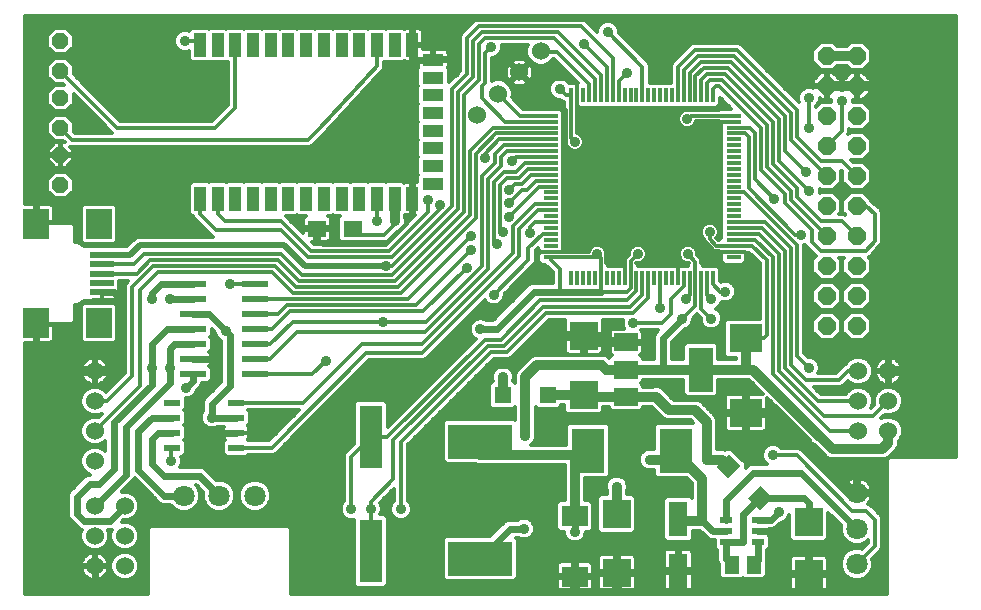
<source format=gtl>
G75*
%MOIN*%
%OFA0B0*%
%FSLAX25Y25*%
%IPPOS*%
%LPD*%
%AMOC8*
5,1,8,0,0,1.08239X$1,22.5*
%
%ADD10R,0.07600X0.21000*%
%ADD11R,0.08661X0.02362*%
%ADD12R,0.07874X0.05906*%
%ADD13R,0.07874X0.14961*%
%ADD14R,0.03937X0.02165*%
%ADD15R,0.05118X0.05906*%
%ADD16R,0.09449X0.09449*%
%ADD17R,0.05906X0.05512*%
%ADD18R,0.08661X0.09843*%
%ADD19R,0.07874X0.01969*%
%ADD20R,0.08661X0.07087*%
%ADD21R,0.21260X0.11417*%
%ADD22R,0.05512X0.05512*%
%ADD23R,0.01181X0.04724*%
%ADD24R,0.04724X0.01181*%
%ADD25R,0.03937X0.07874*%
%ADD26R,0.07087X0.03937*%
%ADD27OC8,0.06000*%
%ADD28OC8,0.05200*%
%ADD29C,0.07087*%
%ADD30R,0.11024X0.09449*%
%ADD31R,0.06299X0.05512*%
%ADD32R,0.11024X0.14961*%
%ADD33R,0.06299X0.11811*%
%ADD34C,0.06000*%
%ADD35R,0.05512X0.02362*%
%ADD36C,0.03562*%
%ADD37C,0.01200*%
%ADD38C,0.03200*%
%ADD39C,0.02400*%
%ADD40C,0.02000*%
D10*
X0162406Y0067688D03*
X0162406Y0105688D03*
D11*
X0123642Y0126688D03*
X0123642Y0131688D03*
X0123642Y0136688D03*
X0123642Y0141688D03*
X0123642Y0146688D03*
X0123642Y0151688D03*
X0123642Y0156688D03*
X0103170Y0156688D03*
X0103170Y0151688D03*
X0103170Y0146688D03*
X0103170Y0141688D03*
X0103170Y0136688D03*
X0103170Y0131688D03*
X0103170Y0126688D03*
D12*
X0247505Y0128188D03*
X0247505Y0119133D03*
X0247505Y0137243D03*
D13*
X0272308Y0128188D03*
D14*
X0280906Y0078168D03*
X0280906Y0074428D03*
X0280906Y0070688D03*
X0291536Y0070688D03*
X0291536Y0074428D03*
X0291536Y0078168D03*
D15*
X0290146Y0063188D03*
X0282666Y0063188D03*
D16*
X0308406Y0060027D03*
X0308406Y0077350D03*
X0244406Y0080031D03*
X0244406Y0060346D03*
X0233406Y0119846D03*
X0233406Y0139531D03*
D17*
G36*
X0277558Y0095862D02*
X0281733Y0100037D01*
X0285630Y0096140D01*
X0281455Y0091965D01*
X0277558Y0095862D01*
G37*
G36*
X0288183Y0085237D02*
X0292358Y0089412D01*
X0296255Y0085515D01*
X0292080Y0081340D01*
X0288183Y0085237D01*
G37*
D18*
X0071780Y0143653D03*
X0050914Y0143653D03*
X0050914Y0176724D03*
X0071780Y0176724D03*
D19*
X0072764Y0166487D03*
X0072764Y0163338D03*
X0072764Y0160188D03*
X0072764Y0157039D03*
X0072764Y0153889D03*
D20*
X0230406Y0079228D03*
X0230406Y0059149D03*
D21*
X0198906Y0065200D03*
X0198906Y0104176D03*
D22*
X0206426Y0119688D03*
X0221386Y0119688D03*
D23*
X0229284Y0158676D03*
X0231253Y0158676D03*
X0233221Y0158676D03*
X0235190Y0158676D03*
X0237158Y0158676D03*
X0239127Y0158676D03*
X0241095Y0158676D03*
X0243064Y0158676D03*
X0245032Y0158676D03*
X0247001Y0158676D03*
X0248969Y0158676D03*
X0250938Y0158676D03*
X0252906Y0158676D03*
X0254875Y0158676D03*
X0256843Y0158676D03*
X0258812Y0158676D03*
X0260780Y0158676D03*
X0262749Y0158676D03*
X0264717Y0158676D03*
X0266686Y0158676D03*
X0268654Y0158676D03*
X0270623Y0158676D03*
X0272591Y0158676D03*
X0274560Y0158676D03*
X0276528Y0158676D03*
X0276528Y0219700D03*
X0274560Y0219700D03*
X0272591Y0219700D03*
X0270623Y0219700D03*
X0268654Y0219700D03*
X0266686Y0219700D03*
X0264717Y0219700D03*
X0262749Y0219700D03*
X0260780Y0219700D03*
X0258812Y0219700D03*
X0256843Y0219700D03*
X0254875Y0219700D03*
X0252906Y0219700D03*
X0250938Y0219700D03*
X0248969Y0219700D03*
X0247001Y0219700D03*
X0245032Y0219700D03*
X0243064Y0219700D03*
X0241095Y0219700D03*
X0239127Y0219700D03*
X0237158Y0219700D03*
X0235190Y0219700D03*
X0233221Y0219700D03*
X0231253Y0219700D03*
X0229284Y0219700D03*
D24*
X0222394Y0212810D03*
X0222394Y0210842D03*
X0222394Y0208873D03*
X0222394Y0206905D03*
X0222394Y0204936D03*
X0222394Y0202968D03*
X0222394Y0200999D03*
X0222394Y0199031D03*
X0222394Y0197062D03*
X0222394Y0195094D03*
X0222394Y0193125D03*
X0222394Y0191157D03*
X0222394Y0189188D03*
X0222394Y0187220D03*
X0222394Y0185251D03*
X0222394Y0183283D03*
X0222394Y0181314D03*
X0222394Y0179346D03*
X0222394Y0177377D03*
X0222394Y0175409D03*
X0222394Y0173440D03*
X0222394Y0171472D03*
X0222394Y0169503D03*
X0222394Y0167535D03*
X0222394Y0165566D03*
X0283418Y0165566D03*
X0283418Y0167535D03*
X0283418Y0169503D03*
X0283418Y0171472D03*
X0283418Y0173440D03*
X0283418Y0175409D03*
X0283418Y0177377D03*
X0283418Y0179346D03*
X0283418Y0181314D03*
X0283418Y0183283D03*
X0283418Y0185251D03*
X0283418Y0187220D03*
X0283418Y0189188D03*
X0283418Y0191157D03*
X0283418Y0193125D03*
X0283418Y0195094D03*
X0283418Y0197062D03*
X0283418Y0199031D03*
X0283418Y0200999D03*
X0283418Y0202968D03*
X0283418Y0204936D03*
X0283418Y0206905D03*
X0283418Y0208873D03*
X0283418Y0210842D03*
X0283418Y0212810D03*
D25*
X0176272Y0236369D03*
X0170367Y0236369D03*
X0164461Y0236369D03*
X0158556Y0236369D03*
X0152650Y0236369D03*
X0146745Y0236369D03*
X0140839Y0236369D03*
X0134934Y0236369D03*
X0129028Y0236369D03*
X0123123Y0236369D03*
X0117217Y0236369D03*
X0111312Y0236369D03*
X0105406Y0236369D03*
X0105406Y0185188D03*
X0111312Y0185188D03*
X0117217Y0185188D03*
X0123123Y0185188D03*
X0129028Y0185188D03*
X0134934Y0185188D03*
X0140839Y0185188D03*
X0146745Y0185188D03*
X0152650Y0185188D03*
X0158556Y0185188D03*
X0164461Y0185188D03*
X0170367Y0185188D03*
X0176272Y0185188D03*
D26*
X0183162Y0190109D03*
X0183162Y0196015D03*
X0183162Y0201920D03*
X0183162Y0207826D03*
X0183162Y0213731D03*
X0183162Y0219637D03*
X0183162Y0225542D03*
X0183162Y0231448D03*
D27*
X0314406Y0232688D03*
X0324406Y0232688D03*
X0324406Y0222688D03*
X0314406Y0222688D03*
X0314406Y0212688D03*
X0324406Y0212688D03*
X0324406Y0202688D03*
X0314406Y0202688D03*
X0314406Y0192688D03*
X0324406Y0192688D03*
X0324406Y0182688D03*
X0314406Y0182688D03*
X0314406Y0172688D03*
X0324406Y0172688D03*
X0324406Y0162688D03*
X0314406Y0162688D03*
X0314406Y0152688D03*
X0324406Y0152688D03*
X0324406Y0142688D03*
X0314406Y0142688D03*
D28*
X0058906Y0189688D03*
X0058906Y0199688D03*
X0058906Y0208688D03*
X0058906Y0218688D03*
X0058906Y0227688D03*
X0058906Y0237688D03*
D29*
X0100095Y0086188D03*
X0111906Y0086188D03*
X0123717Y0086188D03*
X0324406Y0086999D03*
X0324406Y0075188D03*
X0324406Y0063377D03*
D30*
X0287406Y0113787D03*
X0287406Y0138590D03*
D31*
X0156312Y0175188D03*
X0144501Y0175188D03*
D32*
X0234839Y0101188D03*
X0263973Y0101188D03*
D33*
X0264906Y0078350D03*
X0264906Y0061027D03*
D34*
X0324906Y0107688D03*
X0334906Y0107688D03*
X0334906Y0117688D03*
X0324906Y0117688D03*
X0324906Y0127688D03*
X0334906Y0127688D03*
X0197800Y0213082D03*
X0204871Y0220153D03*
X0211942Y0227224D03*
X0219013Y0234295D03*
X0070406Y0127688D03*
X0070406Y0117688D03*
X0070406Y0107688D03*
X0070406Y0097688D03*
X0070406Y0082688D03*
X0080406Y0082688D03*
X0080406Y0072688D03*
X0070406Y0072688D03*
X0070406Y0062688D03*
X0080406Y0062688D03*
D35*
X0096276Y0102188D03*
X0096276Y0107188D03*
X0096276Y0112188D03*
X0096276Y0117188D03*
X0117536Y0117188D03*
X0117536Y0112188D03*
X0117536Y0107188D03*
X0117536Y0102188D03*
D36*
X0109406Y0112188D03*
X0100906Y0122188D03*
X0095406Y0128688D03*
X0089406Y0128688D03*
X0110406Y0129688D03*
X0114156Y0140938D03*
X0095406Y0151688D03*
X0089406Y0151688D03*
X0115406Y0156688D03*
X0147406Y0131188D03*
X0166406Y0144188D03*
X0167406Y0162688D03*
X0164406Y0177688D03*
X0170406Y0177688D03*
X0181406Y0184688D03*
X0185406Y0183188D03*
X0195906Y0172688D03*
X0195906Y0168188D03*
X0194406Y0162188D03*
X0204406Y0170188D03*
X0206406Y0174188D03*
X0208406Y0179188D03*
X0208406Y0183688D03*
X0208406Y0188188D03*
X0209406Y0197688D03*
X0200406Y0198688D03*
X0230406Y0204188D03*
X0247406Y0198688D03*
X0258406Y0198688D03*
X0258406Y0188688D03*
X0247406Y0188688D03*
X0275406Y0174188D03*
X0268123Y0166688D03*
X0251406Y0166688D03*
X0237906Y0166688D03*
X0220406Y0160688D03*
X0215406Y0173688D03*
X0203406Y0153188D03*
X0198906Y0141688D03*
X0206406Y0125688D03*
X0213906Y0106188D03*
X0244406Y0089188D03*
X0255406Y0098188D03*
X0274406Y0098188D03*
X0296406Y0099688D03*
X0311906Y0106188D03*
X0308406Y0128688D03*
X0307906Y0151688D03*
X0290406Y0151688D03*
X0280406Y0154188D03*
X0275906Y0151688D03*
X0275906Y0145188D03*
X0266123Y0144972D03*
X0267406Y0151688D03*
X0258906Y0148688D03*
X0249906Y0143688D03*
X0257461Y0119133D03*
X0298406Y0080688D03*
X0230406Y0074188D03*
X0213406Y0075188D03*
X0178906Y0058688D03*
X0172406Y0081688D03*
X0162406Y0081688D03*
X0155906Y0081688D03*
X0095906Y0097688D03*
X0267906Y0211688D03*
X0247906Y0227188D03*
X0233406Y0236688D03*
X0241406Y0240688D03*
X0225406Y0221688D03*
X0217906Y0220688D03*
X0202406Y0235688D03*
X0190406Y0227188D03*
X0100406Y0237688D03*
X0296906Y0185188D03*
X0308406Y0187688D03*
X0307406Y0194188D03*
X0308406Y0208688D03*
X0308406Y0218688D03*
X0319406Y0217688D03*
X0305906Y0173188D03*
D37*
X0047206Y0137131D02*
X0047206Y0053488D01*
X0088059Y0053488D01*
X0088059Y0075123D01*
X0089113Y0076177D01*
X0134699Y0076177D01*
X0135753Y0075123D01*
X0135753Y0053488D01*
X0334417Y0053488D01*
X0334417Y0097981D01*
X0335472Y0099035D01*
X0357606Y0099035D01*
X0357606Y0245888D01*
X0047206Y0245888D01*
X0047206Y0183245D01*
X0050314Y0183245D01*
X0050314Y0177324D01*
X0051514Y0177324D01*
X0051514Y0183245D01*
X0055455Y0183245D01*
X0055862Y0183136D01*
X0056227Y0182925D01*
X0056525Y0182627D01*
X0056736Y0182262D01*
X0056845Y0181855D01*
X0056845Y0177324D01*
X0051514Y0177324D01*
X0051514Y0176124D01*
X0053576Y0176124D01*
X0054598Y0177146D01*
X0062880Y0177146D01*
X0063934Y0176091D01*
X0063934Y0170650D01*
X0064617Y0170650D01*
X0065929Y0170106D01*
X0066764Y0169272D01*
X0072169Y0169272D01*
X0072207Y0169287D01*
X0081046Y0169287D01*
X0083820Y0172062D01*
X0084849Y0172488D01*
X0109946Y0172488D01*
X0109547Y0172654D01*
X0108872Y0173329D01*
X0103372Y0178829D01*
X0103114Y0179451D01*
X0102692Y0179451D01*
X0101638Y0180506D01*
X0101638Y0189871D01*
X0102692Y0190925D01*
X0108120Y0190925D01*
X0108359Y0190686D01*
X0108598Y0190925D01*
X0114026Y0190925D01*
X0114264Y0190686D01*
X0114503Y0190925D01*
X0119931Y0190925D01*
X0120170Y0190686D01*
X0120409Y0190925D01*
X0125837Y0190925D01*
X0126075Y0190686D01*
X0126314Y0190925D01*
X0131742Y0190925D01*
X0131981Y0190686D01*
X0132220Y0190925D01*
X0137648Y0190925D01*
X0137886Y0190686D01*
X0138125Y0190925D01*
X0143553Y0190925D01*
X0143792Y0190686D01*
X0144031Y0190925D01*
X0149459Y0190925D01*
X0149697Y0190686D01*
X0149936Y0190925D01*
X0155364Y0190925D01*
X0155603Y0190686D01*
X0155842Y0190925D01*
X0161270Y0190925D01*
X0161509Y0190686D01*
X0161747Y0190925D01*
X0167175Y0190925D01*
X0167414Y0190686D01*
X0167653Y0190925D01*
X0173081Y0190925D01*
X0173498Y0190508D01*
X0173686Y0190616D01*
X0174093Y0190725D01*
X0175888Y0190725D01*
X0175888Y0185572D01*
X0176657Y0185572D01*
X0176657Y0190725D01*
X0177819Y0190725D01*
X0177819Y0192824D01*
X0178057Y0193062D01*
X0177819Y0193301D01*
X0177819Y0198729D01*
X0178057Y0198968D01*
X0177819Y0199206D01*
X0177819Y0204635D01*
X0178057Y0204873D01*
X0177819Y0205112D01*
X0177819Y0210540D01*
X0178057Y0210779D01*
X0177819Y0211017D01*
X0177819Y0216446D01*
X0178057Y0216684D01*
X0177819Y0216923D01*
X0177819Y0222351D01*
X0178057Y0222590D01*
X0177819Y0222828D01*
X0177819Y0228257D01*
X0178236Y0228674D01*
X0178128Y0228862D01*
X0178019Y0229269D01*
X0178019Y0230832D01*
X0176657Y0230832D01*
X0176657Y0235985D01*
X0176657Y0236754D01*
X0175888Y0236754D01*
X0175888Y0241906D01*
X0174093Y0241906D01*
X0173686Y0241797D01*
X0173498Y0241689D01*
X0173081Y0242106D01*
X0167653Y0242106D01*
X0167414Y0241868D01*
X0167175Y0242106D01*
X0161747Y0242106D01*
X0161509Y0241868D01*
X0161270Y0242106D01*
X0155842Y0242106D01*
X0155603Y0241868D01*
X0155364Y0242106D01*
X0149936Y0242106D01*
X0149698Y0241868D01*
X0149459Y0242106D01*
X0144031Y0242106D01*
X0143792Y0241868D01*
X0143553Y0242106D01*
X0138125Y0242106D01*
X0137886Y0241868D01*
X0137648Y0242106D01*
X0132220Y0242106D01*
X0131981Y0241868D01*
X0131742Y0242106D01*
X0126314Y0242106D01*
X0126075Y0241868D01*
X0125837Y0242106D01*
X0120409Y0242106D01*
X0120170Y0241868D01*
X0119931Y0242106D01*
X0114503Y0242106D01*
X0114264Y0241868D01*
X0114026Y0242106D01*
X0108598Y0242106D01*
X0108359Y0241868D01*
X0108120Y0242106D01*
X0102692Y0242106D01*
X0101639Y0241054D01*
X0101118Y0241269D01*
X0099694Y0241269D01*
X0098378Y0240724D01*
X0097370Y0239717D01*
X0096825Y0238400D01*
X0096825Y0236976D01*
X0097370Y0235660D01*
X0098378Y0234652D01*
X0099694Y0234107D01*
X0101118Y0234107D01*
X0101638Y0234322D01*
X0101638Y0231687D01*
X0102692Y0230632D01*
X0108120Y0230632D01*
X0108359Y0230871D01*
X0108598Y0230632D01*
X0114026Y0230632D01*
X0114264Y0230871D01*
X0114503Y0230632D01*
X0114817Y0230632D01*
X0114817Y0216493D01*
X0109412Y0211088D01*
X0078900Y0211088D01*
X0063306Y0226682D01*
X0063306Y0229511D01*
X0060729Y0232088D01*
X0057084Y0232088D01*
X0054506Y0229511D01*
X0054506Y0225866D01*
X0057084Y0223288D01*
X0059912Y0223288D01*
X0060112Y0223088D01*
X0057084Y0223088D01*
X0054506Y0220511D01*
X0054506Y0216866D01*
X0057084Y0214288D01*
X0060729Y0214288D01*
X0063306Y0216866D01*
X0063306Y0219894D01*
X0076112Y0207088D01*
X0063900Y0207088D01*
X0063306Y0207682D01*
X0063306Y0210511D01*
X0060729Y0213088D01*
X0057084Y0213088D01*
X0054506Y0210511D01*
X0054506Y0206866D01*
X0057084Y0204288D01*
X0059912Y0204288D01*
X0060312Y0203888D01*
X0059106Y0203888D01*
X0059106Y0199888D01*
X0063106Y0199888D01*
X0063106Y0201428D01*
X0062116Y0202418D01*
X0062429Y0202288D01*
X0141884Y0202288D01*
X0142766Y0202654D01*
X0146799Y0206687D01*
X0146842Y0206706D01*
X0147135Y0207023D01*
X0147441Y0207329D01*
X0147459Y0207372D01*
X0166190Y0227578D01*
X0166496Y0227884D01*
X0166514Y0227927D01*
X0166546Y0227962D01*
X0166696Y0228367D01*
X0166861Y0228766D01*
X0166861Y0228813D01*
X0166878Y0228857D01*
X0166861Y0229289D01*
X0166861Y0230632D01*
X0167175Y0230632D01*
X0167414Y0230871D01*
X0167653Y0230632D01*
X0173081Y0230632D01*
X0173498Y0231050D01*
X0173686Y0230941D01*
X0174093Y0230832D01*
X0175888Y0230832D01*
X0175888Y0235985D01*
X0176657Y0235985D01*
X0179841Y0235985D01*
X0179841Y0235016D01*
X0182778Y0235016D01*
X0182778Y0231832D01*
X0182778Y0231064D01*
X0179070Y0231064D01*
X0179223Y0231152D01*
X0179521Y0231450D01*
X0179732Y0231815D01*
X0179736Y0231832D01*
X0182778Y0231832D01*
X0183546Y0231832D01*
X0183546Y0235016D01*
X0186916Y0235016D01*
X0187323Y0234907D01*
X0187688Y0234697D01*
X0187986Y0234399D01*
X0188196Y0234034D01*
X0188305Y0233627D01*
X0188305Y0231832D01*
X0183546Y0231832D01*
X0183546Y0231064D01*
X0188305Y0231064D01*
X0188305Y0229269D01*
X0188196Y0228862D01*
X0188088Y0228674D01*
X0188505Y0228257D01*
X0188505Y0224181D01*
X0192006Y0227682D01*
X0192006Y0239166D01*
X0192372Y0240048D01*
X0197047Y0244723D01*
X0197929Y0245088D01*
X0232884Y0245088D01*
X0233766Y0244723D01*
X0234441Y0244048D01*
X0237825Y0240663D01*
X0237825Y0241400D01*
X0238370Y0242717D01*
X0239378Y0243724D01*
X0240694Y0244269D01*
X0242118Y0244269D01*
X0243435Y0243724D01*
X0244442Y0242717D01*
X0244987Y0241400D01*
X0244987Y0240501D01*
X0254941Y0230548D01*
X0255306Y0229666D01*
X0255306Y0223862D01*
X0262317Y0223862D01*
X0262317Y0229477D01*
X0262683Y0230359D01*
X0268372Y0236048D01*
X0269047Y0236723D01*
X0269929Y0237088D01*
X0284884Y0237088D01*
X0285766Y0236723D01*
X0305046Y0217442D01*
X0304825Y0217976D01*
X0304825Y0219400D01*
X0305370Y0220717D01*
X0306378Y0221724D01*
X0307694Y0222269D01*
X0309118Y0222269D01*
X0309806Y0221984D01*
X0309806Y0222288D01*
X0314006Y0222288D01*
X0314006Y0223088D01*
X0309806Y0223088D01*
X0309806Y0224594D01*
X0312501Y0227288D01*
X0314006Y0227288D01*
X0314006Y0223088D01*
X0314806Y0223088D01*
X0314806Y0227288D01*
X0316312Y0227288D01*
X0319006Y0224594D01*
X0319006Y0223088D01*
X0314806Y0223088D01*
X0314806Y0222288D01*
X0314806Y0218088D01*
X0315825Y0218088D01*
X0315825Y0217488D01*
X0312418Y0217488D01*
X0310806Y0215876D01*
X0310806Y0216024D01*
X0311442Y0216660D01*
X0311987Y0217976D01*
X0311987Y0218602D01*
X0312501Y0218088D01*
X0314006Y0218088D01*
X0314006Y0222288D01*
X0314806Y0222288D01*
X0319006Y0222288D01*
X0319006Y0221269D01*
X0319806Y0221269D01*
X0319806Y0222288D01*
X0324006Y0222288D01*
X0324006Y0223088D01*
X0319806Y0223088D01*
X0319806Y0224594D01*
X0322501Y0227288D01*
X0324006Y0227288D01*
X0324006Y0223088D01*
X0324806Y0223088D01*
X0324806Y0227288D01*
X0326312Y0227288D01*
X0329006Y0224594D01*
X0329006Y0223088D01*
X0324806Y0223088D01*
X0324806Y0222288D01*
X0324806Y0218088D01*
X0326312Y0218088D01*
X0329006Y0220783D01*
X0329006Y0222288D01*
X0324806Y0222288D01*
X0324006Y0222288D01*
X0324006Y0218088D01*
X0322987Y0218088D01*
X0322987Y0217488D01*
X0326394Y0217488D01*
X0329206Y0214676D01*
X0329206Y0210700D01*
X0326394Y0207888D01*
X0322418Y0207888D01*
X0321806Y0208500D01*
X0321806Y0207211D01*
X0321570Y0206640D01*
X0322418Y0207488D01*
X0326394Y0207488D01*
X0329206Y0204676D01*
X0329206Y0200700D01*
X0326394Y0197888D01*
X0322600Y0197888D01*
X0323000Y0197488D01*
X0326394Y0197488D01*
X0329206Y0194676D01*
X0329206Y0190700D01*
X0326394Y0187888D01*
X0322418Y0187888D01*
X0319606Y0190700D01*
X0319606Y0194094D01*
X0319206Y0194494D01*
X0319206Y0190700D01*
X0316394Y0187888D01*
X0312418Y0187888D01*
X0311987Y0188319D01*
X0311987Y0187057D01*
X0312418Y0187488D01*
X0316394Y0187488D01*
X0319206Y0184676D01*
X0319206Y0180700D01*
X0318594Y0180088D01*
X0319884Y0180088D01*
X0320454Y0179852D01*
X0319606Y0180700D01*
X0319606Y0184676D01*
X0322418Y0187488D01*
X0326394Y0187488D01*
X0329206Y0184676D01*
X0329206Y0184312D01*
X0331662Y0182266D01*
X0331766Y0182223D01*
X0332026Y0181962D01*
X0332309Y0181726D01*
X0332361Y0181627D01*
X0332441Y0181548D01*
X0332582Y0181207D01*
X0332753Y0180881D01*
X0332763Y0180769D01*
X0332806Y0180666D01*
X0332806Y0180297D01*
X0332840Y0179930D01*
X0332806Y0179823D01*
X0332806Y0171280D01*
X0332836Y0170896D01*
X0332806Y0170806D01*
X0332806Y0170711D01*
X0332659Y0170355D01*
X0332539Y0169989D01*
X0332477Y0169917D01*
X0332441Y0169829D01*
X0332168Y0169556D01*
X0329477Y0166417D01*
X0329441Y0166329D01*
X0329168Y0166056D01*
X0328918Y0165764D01*
X0328833Y0165721D01*
X0328766Y0165654D01*
X0328410Y0165506D01*
X0328388Y0165495D01*
X0329206Y0164676D01*
X0329206Y0160700D01*
X0326394Y0157888D01*
X0322418Y0157888D01*
X0319606Y0160700D01*
X0319606Y0164676D01*
X0320218Y0165288D01*
X0318594Y0165288D01*
X0319206Y0164676D01*
X0319206Y0160700D01*
X0316394Y0157888D01*
X0312418Y0157888D01*
X0309606Y0160700D01*
X0309606Y0164676D01*
X0310815Y0165885D01*
X0308047Y0168654D01*
X0308047Y0168654D01*
X0307372Y0169329D01*
X0307163Y0169833D01*
X0306838Y0169698D01*
X0306838Y0133651D01*
X0308219Y0132269D01*
X0309118Y0132269D01*
X0310435Y0131724D01*
X0311442Y0130717D01*
X0311987Y0129400D01*
X0311987Y0127976D01*
X0311620Y0127088D01*
X0317412Y0127088D01*
X0319372Y0129048D01*
X0320047Y0129723D01*
X0320658Y0129976D01*
X0320837Y0130407D01*
X0322187Y0131757D01*
X0323951Y0132488D01*
X0325861Y0132488D01*
X0327625Y0131757D01*
X0328975Y0130407D01*
X0329706Y0128643D01*
X0329706Y0126733D01*
X0328975Y0124969D01*
X0327625Y0123619D01*
X0325861Y0122888D01*
X0323951Y0122888D01*
X0322187Y0123619D01*
X0321459Y0124347D01*
X0319766Y0122654D01*
X0318884Y0122288D01*
X0310200Y0122288D01*
X0312400Y0120088D01*
X0320705Y0120088D01*
X0320837Y0120407D01*
X0322187Y0121757D01*
X0323951Y0122488D01*
X0325861Y0122488D01*
X0327625Y0121757D01*
X0328975Y0120407D01*
X0329706Y0118643D01*
X0329706Y0116733D01*
X0329104Y0115280D01*
X0330238Y0116414D01*
X0330106Y0116733D01*
X0330106Y0118643D01*
X0330837Y0120407D01*
X0332187Y0121757D01*
X0333951Y0122488D01*
X0335861Y0122488D01*
X0337625Y0121757D01*
X0338975Y0120407D01*
X0339706Y0118643D01*
X0339706Y0116733D01*
X0338975Y0114969D01*
X0337625Y0113619D01*
X0335861Y0112888D01*
X0333951Y0112888D01*
X0333632Y0113020D01*
X0332498Y0111886D01*
X0333951Y0112488D01*
X0335861Y0112488D01*
X0337625Y0111757D01*
X0338975Y0110407D01*
X0339706Y0108643D01*
X0339706Y0106733D01*
X0338975Y0104969D01*
X0338306Y0104300D01*
X0338306Y0103012D01*
X0337789Y0101762D01*
X0336832Y0100806D01*
X0336832Y0100806D01*
X0335789Y0099762D01*
X0335789Y0099762D01*
X0334832Y0098806D01*
X0333582Y0098288D01*
X0315730Y0098288D01*
X0314480Y0098806D01*
X0310315Y0102971D01*
X0309878Y0103152D01*
X0308870Y0104160D01*
X0308689Y0104597D01*
X0294501Y0118785D01*
X0294518Y0118722D01*
X0294518Y0114387D01*
X0288006Y0114387D01*
X0286806Y0114387D01*
X0286806Y0120111D01*
X0281684Y0120111D01*
X0281277Y0120002D01*
X0280912Y0119791D01*
X0280614Y0119493D01*
X0280403Y0119129D01*
X0280294Y0118722D01*
X0280294Y0114387D01*
X0286806Y0114387D01*
X0286806Y0113187D01*
X0280294Y0113187D01*
X0280294Y0108852D01*
X0280403Y0108445D01*
X0280614Y0108080D01*
X0280912Y0107782D01*
X0281277Y0107571D01*
X0281684Y0107462D01*
X0286806Y0107462D01*
X0286806Y0113187D01*
X0288006Y0113187D01*
X0288006Y0114387D01*
X0288006Y0120111D01*
X0293129Y0120111D01*
X0293192Y0120094D01*
X0288498Y0124788D01*
X0278045Y0124788D01*
X0278045Y0119962D01*
X0276990Y0118908D01*
X0267625Y0118908D01*
X0266571Y0119962D01*
X0266571Y0124788D01*
X0253242Y0124788D01*
X0253242Y0124490D01*
X0252412Y0123661D01*
X0253242Y0122831D01*
X0253242Y0122533D01*
X0256312Y0122533D01*
X0256749Y0122714D01*
X0258174Y0122714D01*
X0259490Y0122169D01*
X0260497Y0121162D01*
X0260678Y0120724D01*
X0263314Y0118088D01*
X0271082Y0118088D01*
X0272332Y0117571D01*
X0276332Y0113571D01*
X0277289Y0112614D01*
X0277806Y0111364D01*
X0277806Y0101588D01*
X0280082Y0101588D01*
X0280546Y0101396D01*
X0280987Y0101837D01*
X0282478Y0101837D01*
X0287430Y0096885D01*
X0287430Y0095455D01*
X0288207Y0096231D01*
X0289309Y0096688D01*
X0294342Y0096688D01*
X0293370Y0097660D01*
X0292825Y0098976D01*
X0292825Y0100400D01*
X0293370Y0101717D01*
X0294378Y0102724D01*
X0295694Y0103269D01*
X0297118Y0103269D01*
X0298435Y0102724D01*
X0299071Y0102088D01*
X0304884Y0102088D01*
X0305766Y0101723D01*
X0319375Y0088113D01*
X0319390Y0088204D01*
X0319640Y0088974D01*
X0320007Y0089695D01*
X0320483Y0090350D01*
X0321056Y0090922D01*
X0321710Y0091398D01*
X0322432Y0091766D01*
X0323202Y0092016D01*
X0323825Y0092115D01*
X0323825Y0087580D01*
X0319908Y0087580D01*
X0321070Y0086418D01*
X0323825Y0086418D01*
X0323825Y0087580D01*
X0324987Y0087580D01*
X0329522Y0087580D01*
X0329423Y0088204D01*
X0329173Y0088974D01*
X0328805Y0089695D01*
X0328329Y0090350D01*
X0327757Y0090922D01*
X0327102Y0091398D01*
X0326380Y0091766D01*
X0325611Y0092016D01*
X0324987Y0092115D01*
X0324987Y0087580D01*
X0324987Y0086418D01*
X0329522Y0086418D01*
X0329423Y0085795D01*
X0329173Y0085025D01*
X0328805Y0084304D01*
X0328329Y0083649D01*
X0328156Y0083475D01*
X0328766Y0083223D01*
X0331766Y0080223D01*
X0332441Y0079548D01*
X0332806Y0078666D01*
X0332806Y0068900D01*
X0332441Y0068018D01*
X0329490Y0065067D01*
X0329749Y0064440D01*
X0329749Y0062314D01*
X0328936Y0060350D01*
X0327433Y0058847D01*
X0325469Y0058034D01*
X0323343Y0058034D01*
X0321379Y0058847D01*
X0319876Y0060350D01*
X0319063Y0062314D01*
X0319063Y0064440D01*
X0319876Y0066404D01*
X0321379Y0067907D01*
X0323343Y0068720D01*
X0325469Y0068720D01*
X0326096Y0068461D01*
X0328006Y0070371D01*
X0328006Y0071232D01*
X0327433Y0070658D01*
X0325469Y0069845D01*
X0323343Y0069845D01*
X0321379Y0070658D01*
X0319876Y0072161D01*
X0319063Y0074125D01*
X0319063Y0076251D01*
X0319074Y0076278D01*
X0314931Y0080421D01*
X0314931Y0071880D01*
X0313876Y0070825D01*
X0302936Y0070825D01*
X0301882Y0071880D01*
X0301882Y0079721D01*
X0301442Y0078660D01*
X0300435Y0077652D01*
X0299118Y0077107D01*
X0299068Y0077107D01*
X0297586Y0075625D01*
X0296483Y0075168D01*
X0295105Y0075168D01*
X0295105Y0074428D01*
X0291536Y0074428D01*
X0291536Y0074428D01*
X0295105Y0074428D01*
X0295105Y0073135D01*
X0295016Y0072805D01*
X0295305Y0072516D01*
X0295305Y0068860D01*
X0294536Y0068091D01*
X0294536Y0063981D01*
X0294505Y0063907D01*
X0294505Y0059490D01*
X0293451Y0058435D01*
X0286842Y0058435D01*
X0286406Y0058871D01*
X0285971Y0058435D01*
X0279361Y0058435D01*
X0278307Y0059490D01*
X0278307Y0063384D01*
X0277906Y0064351D01*
X0277906Y0068091D01*
X0277138Y0068860D01*
X0277138Y0071428D01*
X0276423Y0071428D01*
X0275844Y0071422D01*
X0275827Y0071428D01*
X0275809Y0071428D01*
X0275274Y0071650D01*
X0274736Y0071866D01*
X0274723Y0071878D01*
X0274707Y0071885D01*
X0274297Y0072295D01*
X0272093Y0074450D01*
X0269856Y0074450D01*
X0269856Y0071698D01*
X0268801Y0070644D01*
X0261011Y0070644D01*
X0259957Y0071698D01*
X0259957Y0085001D01*
X0261011Y0086055D01*
X0268801Y0086055D01*
X0269506Y0085350D01*
X0269506Y0090280D01*
X0267878Y0091908D01*
X0257716Y0091908D01*
X0256661Y0092962D01*
X0256661Y0094788D01*
X0256556Y0094788D01*
X0256118Y0094607D01*
X0254694Y0094607D01*
X0253378Y0095152D01*
X0252370Y0096160D01*
X0251825Y0097476D01*
X0251825Y0098900D01*
X0252370Y0100217D01*
X0253378Y0101224D01*
X0254694Y0101769D01*
X0256118Y0101769D01*
X0256556Y0101588D01*
X0256661Y0101588D01*
X0256661Y0109414D01*
X0257716Y0110468D01*
X0269818Y0110468D01*
X0268998Y0111288D01*
X0261230Y0111288D01*
X0259980Y0111806D01*
X0259024Y0112762D01*
X0256053Y0115733D01*
X0253242Y0115733D01*
X0253242Y0115435D01*
X0252187Y0114380D01*
X0242822Y0114380D01*
X0241768Y0115435D01*
X0241768Y0115733D01*
X0239931Y0115733D01*
X0239931Y0114376D01*
X0238876Y0113321D01*
X0227936Y0113321D01*
X0226882Y0114376D01*
X0226882Y0116446D01*
X0225942Y0116446D01*
X0225942Y0116187D01*
X0224888Y0115132D01*
X0217885Y0115132D01*
X0217306Y0115711D01*
X0217306Y0107338D01*
X0217487Y0106900D01*
X0217487Y0105476D01*
X0216942Y0104160D01*
X0215935Y0103152D01*
X0215831Y0103109D01*
X0227527Y0103109D01*
X0227527Y0109414D01*
X0228582Y0110468D01*
X0241097Y0110468D01*
X0242151Y0109414D01*
X0242151Y0092962D01*
X0241097Y0091908D01*
X0233806Y0091908D01*
X0233806Y0084571D01*
X0235482Y0084571D01*
X0236537Y0083516D01*
X0236537Y0074939D01*
X0235482Y0073884D01*
X0233987Y0073884D01*
X0233987Y0073476D01*
X0233442Y0072160D01*
X0232435Y0071152D01*
X0231118Y0070607D01*
X0229694Y0070607D01*
X0228378Y0071152D01*
X0227370Y0072160D01*
X0226825Y0073476D01*
X0226825Y0073884D01*
X0225330Y0073884D01*
X0224275Y0074939D01*
X0224275Y0083516D01*
X0225330Y0084571D01*
X0227006Y0084571D01*
X0227006Y0096309D01*
X0198230Y0096309D01*
X0197365Y0096668D01*
X0187531Y0096668D01*
X0186476Y0097722D01*
X0186476Y0110631D01*
X0187531Y0111685D01*
X0210282Y0111685D01*
X0210506Y0111460D01*
X0210506Y0115711D01*
X0209927Y0115132D01*
X0202924Y0115132D01*
X0201870Y0116187D01*
X0201870Y0123190D01*
X0202924Y0124244D01*
X0203006Y0124244D01*
X0203006Y0124539D01*
X0202825Y0124976D01*
X0202825Y0126400D01*
X0203370Y0127717D01*
X0204378Y0128724D01*
X0205694Y0129269D01*
X0207118Y0129269D01*
X0208435Y0128724D01*
X0209442Y0127717D01*
X0209987Y0126400D01*
X0209987Y0124976D01*
X0209806Y0124539D01*
X0209806Y0124244D01*
X0209927Y0124244D01*
X0210506Y0123665D01*
X0210506Y0126364D01*
X0211024Y0127614D01*
X0215024Y0131614D01*
X0215980Y0132571D01*
X0217230Y0133088D01*
X0240082Y0133088D01*
X0241332Y0132571D01*
X0241892Y0132011D01*
X0242779Y0132898D01*
X0242585Y0133010D01*
X0242287Y0133308D01*
X0242077Y0133673D01*
X0241968Y0134080D01*
X0241968Y0136643D01*
X0246905Y0136643D01*
X0246905Y0137843D01*
X0241968Y0137843D01*
X0241968Y0140407D01*
X0242077Y0140814D01*
X0242287Y0141178D01*
X0242585Y0141476D01*
X0242950Y0141687D01*
X0243357Y0141796D01*
X0246814Y0141796D01*
X0246325Y0142976D01*
X0246325Y0144400D01*
X0246486Y0144788D01*
X0239644Y0144788D01*
X0239731Y0144466D01*
X0239731Y0140131D01*
X0234006Y0140131D01*
X0234006Y0138931D01*
X0239731Y0138931D01*
X0239731Y0134596D01*
X0239622Y0134189D01*
X0239411Y0133824D01*
X0239113Y0133526D01*
X0238748Y0133315D01*
X0238341Y0133206D01*
X0234006Y0133206D01*
X0234006Y0138931D01*
X0232806Y0138931D01*
X0227082Y0138931D01*
X0227082Y0134596D01*
X0227191Y0134189D01*
X0227401Y0133824D01*
X0227699Y0133526D01*
X0228064Y0133315D01*
X0228471Y0133206D01*
X0232806Y0133206D01*
X0232806Y0138931D01*
X0232806Y0140131D01*
X0227082Y0140131D01*
X0227082Y0144466D01*
X0227168Y0144788D01*
X0221900Y0144788D01*
X0209941Y0132829D01*
X0209266Y0132154D01*
X0208384Y0131788D01*
X0203400Y0131788D01*
X0174806Y0103194D01*
X0174806Y0084353D01*
X0175442Y0083717D01*
X0175987Y0082400D01*
X0175987Y0080976D01*
X0175442Y0079660D01*
X0174435Y0078652D01*
X0173118Y0078107D01*
X0171694Y0078107D01*
X0170378Y0078652D01*
X0169370Y0079660D01*
X0168825Y0080976D01*
X0168825Y0082400D01*
X0169370Y0083717D01*
X0170006Y0084353D01*
X0170006Y0088394D01*
X0165385Y0083773D01*
X0165442Y0083717D01*
X0165987Y0082400D01*
X0165987Y0080976D01*
X0165578Y0079988D01*
X0166952Y0079988D01*
X0168006Y0078934D01*
X0168006Y0056443D01*
X0166952Y0055388D01*
X0157861Y0055388D01*
X0156806Y0056443D01*
X0156806Y0078185D01*
X0156618Y0078107D01*
X0155194Y0078107D01*
X0153878Y0078652D01*
X0152870Y0079660D01*
X0152325Y0080976D01*
X0152325Y0082400D01*
X0152870Y0083717D01*
X0153506Y0084353D01*
X0153506Y0099666D01*
X0153872Y0100548D01*
X0156806Y0103482D01*
X0156806Y0116934D01*
X0157861Y0117988D01*
X0166952Y0117988D01*
X0168006Y0116934D01*
X0168006Y0109182D01*
X0197301Y0138477D01*
X0196878Y0138652D01*
X0195870Y0139660D01*
X0195325Y0140976D01*
X0195325Y0142400D01*
X0195870Y0143717D01*
X0196878Y0144724D01*
X0198194Y0145269D01*
X0199618Y0145269D01*
X0200935Y0144724D01*
X0200971Y0144688D01*
X0203164Y0144688D01*
X0215207Y0156731D01*
X0216309Y0157188D01*
X0223006Y0157188D01*
X0223006Y0160694D01*
X0220525Y0163176D01*
X0219287Y0163176D01*
X0218232Y0164230D01*
X0218232Y0166902D01*
X0218432Y0167102D01*
X0218432Y0167535D01*
X0218864Y0167535D01*
X0218865Y0167535D01*
X0218864Y0167535D01*
X0218432Y0167535D01*
X0218432Y0167967D01*
X0218232Y0168167D01*
X0218232Y0168620D01*
X0217306Y0167694D01*
X0217306Y0164211D01*
X0216941Y0163329D01*
X0206987Y0153375D01*
X0206987Y0152476D01*
X0206442Y0151160D01*
X0205435Y0150152D01*
X0204118Y0149607D01*
X0202694Y0149607D01*
X0201378Y0150152D01*
X0200370Y0151160D01*
X0200341Y0151229D01*
X0180766Y0131654D01*
X0179884Y0131288D01*
X0161900Y0131288D01*
X0131441Y0100829D01*
X0131441Y0100829D01*
X0130766Y0100154D01*
X0129884Y0099788D01*
X0121619Y0099788D01*
X0121038Y0099207D01*
X0114035Y0099207D01*
X0112980Y0100261D01*
X0112980Y0104115D01*
X0113695Y0104830D01*
X0113500Y0105025D01*
X0113289Y0105389D01*
X0113180Y0105796D01*
X0113180Y0107188D01*
X0117536Y0107188D01*
X0117536Y0107188D01*
X0113180Y0107188D01*
X0113180Y0108580D01*
X0113289Y0108987D01*
X0113405Y0109188D01*
X0111471Y0109188D01*
X0111435Y0109152D01*
X0110118Y0108607D01*
X0108694Y0108607D01*
X0107378Y0109152D01*
X0106370Y0110160D01*
X0105825Y0111476D01*
X0105825Y0112900D01*
X0106370Y0114217D01*
X0106406Y0114253D01*
X0106406Y0117285D01*
X0106863Y0118388D01*
X0107707Y0119231D01*
X0112406Y0123931D01*
X0112406Y0137787D01*
X0112128Y0137902D01*
X0111120Y0138910D01*
X0110575Y0140226D01*
X0110575Y0140277D01*
X0109301Y0141551D01*
X0109301Y0139761D01*
X0108727Y0139188D01*
X0109301Y0138615D01*
X0109301Y0134761D01*
X0108586Y0134047D01*
X0108781Y0133852D01*
X0108992Y0133487D01*
X0109101Y0133080D01*
X0109101Y0131688D01*
X0103170Y0131688D01*
X0103170Y0131688D01*
X0109101Y0131688D01*
X0109101Y0130296D01*
X0108992Y0129889D01*
X0108781Y0129525D01*
X0108586Y0129330D01*
X0109301Y0128615D01*
X0109301Y0124761D01*
X0108246Y0123707D01*
X0106109Y0123707D01*
X0105713Y0122753D01*
X0104487Y0121527D01*
X0104487Y0121476D01*
X0103942Y0120160D01*
X0102935Y0119152D01*
X0101618Y0118607D01*
X0100832Y0118607D01*
X0100832Y0115261D01*
X0100259Y0114688D01*
X0100832Y0114115D01*
X0100832Y0110261D01*
X0100259Y0109688D01*
X0100832Y0109115D01*
X0100832Y0105261D01*
X0100259Y0104688D01*
X0100832Y0104115D01*
X0100832Y0100261D01*
X0099778Y0099207D01*
X0099153Y0099207D01*
X0099487Y0098400D01*
X0099487Y0096976D01*
X0098954Y0095688D01*
X0106003Y0095688D01*
X0107106Y0095231D01*
X0110817Y0091520D01*
X0110843Y0091531D01*
X0112969Y0091531D01*
X0114933Y0090718D01*
X0116436Y0089215D01*
X0117249Y0087251D01*
X0117249Y0085125D01*
X0116436Y0083161D01*
X0114933Y0081658D01*
X0112969Y0080845D01*
X0110843Y0080845D01*
X0108879Y0081658D01*
X0107376Y0083161D01*
X0106563Y0085125D01*
X0106563Y0087251D01*
X0106574Y0087278D01*
X0104164Y0089688D01*
X0104152Y0089688D01*
X0104625Y0089215D01*
X0105438Y0087251D01*
X0105438Y0085125D01*
X0104625Y0083161D01*
X0103122Y0081658D01*
X0101158Y0080845D01*
X0099032Y0080845D01*
X0097068Y0081658D01*
X0095565Y0083161D01*
X0095554Y0083188D01*
X0092998Y0083188D01*
X0091896Y0083645D01*
X0091052Y0084489D01*
X0091052Y0084489D01*
X0083626Y0091915D01*
X0083449Y0091489D01*
X0082606Y0090645D01*
X0079447Y0087486D01*
X0079451Y0087488D01*
X0081361Y0087488D01*
X0083125Y0086757D01*
X0084475Y0085407D01*
X0085206Y0083643D01*
X0085206Y0081733D01*
X0084475Y0079969D01*
X0083125Y0078619D01*
X0081361Y0077888D01*
X0079849Y0077888D01*
X0079447Y0077486D01*
X0079451Y0077488D01*
X0081361Y0077488D01*
X0083125Y0076757D01*
X0084475Y0075407D01*
X0085206Y0073643D01*
X0085206Y0071733D01*
X0084475Y0069969D01*
X0083125Y0068619D01*
X0081361Y0067888D01*
X0079451Y0067888D01*
X0077687Y0068619D01*
X0076337Y0069969D01*
X0075606Y0071733D01*
X0075606Y0073643D01*
X0076047Y0074706D01*
X0076003Y0074688D01*
X0074773Y0074688D01*
X0075206Y0073643D01*
X0075206Y0071733D01*
X0074475Y0069969D01*
X0073125Y0068619D01*
X0071361Y0067888D01*
X0069451Y0067888D01*
X0067687Y0068619D01*
X0066337Y0069969D01*
X0065606Y0071733D01*
X0065606Y0073643D01*
X0066079Y0074784D01*
X0065207Y0075145D01*
X0062707Y0077645D01*
X0061863Y0078489D01*
X0061406Y0079591D01*
X0061406Y0086285D01*
X0061863Y0087388D01*
X0066363Y0091888D01*
X0067207Y0092731D01*
X0068309Y0093188D01*
X0068727Y0093188D01*
X0067687Y0093619D01*
X0066337Y0094969D01*
X0065606Y0096733D01*
X0065606Y0098643D01*
X0066337Y0100407D01*
X0067687Y0101757D01*
X0069451Y0102488D01*
X0071361Y0102488D01*
X0073125Y0101757D01*
X0073906Y0100976D01*
X0073906Y0104400D01*
X0073125Y0103619D01*
X0071361Y0102888D01*
X0069451Y0102888D01*
X0067687Y0103619D01*
X0066337Y0104969D01*
X0065606Y0106733D01*
X0065606Y0108643D01*
X0066337Y0110407D01*
X0067687Y0111757D01*
X0069451Y0112488D01*
X0071361Y0112488D01*
X0071680Y0112356D01*
X0072814Y0113490D01*
X0071361Y0112888D01*
X0069451Y0112888D01*
X0067687Y0113619D01*
X0066337Y0114969D01*
X0065606Y0116733D01*
X0065606Y0118643D01*
X0066337Y0120407D01*
X0067687Y0121757D01*
X0069451Y0122488D01*
X0071361Y0122488D01*
X0073125Y0121757D01*
X0074103Y0120779D01*
X0080506Y0127182D01*
X0080506Y0156166D01*
X0080872Y0157048D01*
X0081612Y0157788D01*
X0078501Y0157788D01*
X0078501Y0155309D01*
X0078296Y0155103D01*
X0078301Y0155084D01*
X0078301Y0153889D01*
X0072765Y0153889D01*
X0072765Y0153889D01*
X0078301Y0153889D01*
X0078301Y0152694D01*
X0078192Y0152287D01*
X0077982Y0151922D01*
X0077684Y0151624D01*
X0077319Y0151414D01*
X0076912Y0151305D01*
X0072764Y0151305D01*
X0072764Y0153889D01*
X0072764Y0153889D01*
X0072764Y0151305D01*
X0069675Y0151305D01*
X0069475Y0151105D01*
X0066764Y0151105D01*
X0065929Y0150270D01*
X0064617Y0149727D01*
X0063934Y0149727D01*
X0063934Y0144285D01*
X0062880Y0143231D01*
X0054598Y0143231D01*
X0053576Y0144253D01*
X0051514Y0144253D01*
X0051514Y0143053D01*
X0056845Y0143053D01*
X0056845Y0138521D01*
X0056736Y0138114D01*
X0056525Y0137749D01*
X0056227Y0137451D01*
X0055862Y0137241D01*
X0055455Y0137131D01*
X0051514Y0137131D01*
X0051514Y0143053D01*
X0050314Y0143053D01*
X0050314Y0137131D01*
X0047206Y0137131D01*
X0047206Y0136782D02*
X0080506Y0136782D01*
X0080506Y0135584D02*
X0047206Y0135584D01*
X0047206Y0134385D02*
X0080506Y0134385D01*
X0080506Y0133187D02*
X0047206Y0133187D01*
X0047206Y0131988D02*
X0068755Y0131988D01*
X0068640Y0131951D02*
X0067995Y0131622D01*
X0067409Y0131197D01*
X0066897Y0130685D01*
X0066472Y0130099D01*
X0066143Y0129454D01*
X0065919Y0128765D01*
X0065812Y0128088D01*
X0070006Y0128088D01*
X0070006Y0127288D01*
X0070806Y0127288D01*
X0070806Y0123094D01*
X0071483Y0123201D01*
X0072172Y0123425D01*
X0072817Y0123754D01*
X0073403Y0124179D01*
X0073915Y0124691D01*
X0074340Y0125277D01*
X0074669Y0125922D01*
X0074893Y0126611D01*
X0075000Y0127288D01*
X0070806Y0127288D01*
X0070806Y0128088D01*
X0075000Y0128088D01*
X0074893Y0128765D01*
X0074669Y0129454D01*
X0074340Y0130099D01*
X0073915Y0130685D01*
X0073403Y0131197D01*
X0072817Y0131622D01*
X0072172Y0131951D01*
X0071483Y0132175D01*
X0070806Y0132282D01*
X0070806Y0128088D01*
X0070006Y0128088D01*
X0070006Y0132282D01*
X0069329Y0132175D01*
X0068640Y0131951D01*
X0070006Y0131988D02*
X0070806Y0131988D01*
X0070806Y0130790D02*
X0070006Y0130790D01*
X0070006Y0129591D02*
X0070806Y0129591D01*
X0070806Y0128393D02*
X0070006Y0128393D01*
X0070006Y0127288D02*
X0065812Y0127288D01*
X0065919Y0126611D01*
X0066143Y0125922D01*
X0066472Y0125277D01*
X0066897Y0124691D01*
X0067409Y0124179D01*
X0067995Y0123754D01*
X0068640Y0123425D01*
X0069329Y0123201D01*
X0070006Y0123094D01*
X0070006Y0127288D01*
X0070006Y0127194D02*
X0070806Y0127194D01*
X0070806Y0125996D02*
X0070006Y0125996D01*
X0070006Y0124797D02*
X0070806Y0124797D01*
X0070806Y0123599D02*
X0070006Y0123599D01*
X0069239Y0122400D02*
X0047206Y0122400D01*
X0047206Y0121202D02*
X0067132Y0121202D01*
X0066170Y0120003D02*
X0047206Y0120003D01*
X0047206Y0118805D02*
X0065673Y0118805D01*
X0065606Y0117606D02*
X0047206Y0117606D01*
X0047206Y0116408D02*
X0065741Y0116408D01*
X0066237Y0115209D02*
X0047206Y0115209D01*
X0047206Y0114011D02*
X0067295Y0114011D01*
X0067544Y0111614D02*
X0047206Y0111614D01*
X0047206Y0112812D02*
X0072136Y0112812D01*
X0066345Y0110415D02*
X0047206Y0110415D01*
X0047206Y0109217D02*
X0065844Y0109217D01*
X0065606Y0108018D02*
X0047206Y0108018D01*
X0047206Y0106820D02*
X0065606Y0106820D01*
X0066067Y0105621D02*
X0047206Y0105621D01*
X0047206Y0104423D02*
X0066883Y0104423D01*
X0068640Y0103224D02*
X0047206Y0103224D01*
X0047206Y0102026D02*
X0068335Y0102026D01*
X0066757Y0100827D02*
X0047206Y0100827D01*
X0047206Y0099629D02*
X0066014Y0099629D01*
X0065606Y0098430D02*
X0047206Y0098430D01*
X0047206Y0097232D02*
X0065606Y0097232D01*
X0065896Y0096033D02*
X0047206Y0096033D01*
X0047206Y0094835D02*
X0066472Y0094835D01*
X0067670Y0093636D02*
X0047206Y0093636D01*
X0047206Y0092438D02*
X0066913Y0092438D01*
X0065714Y0091239D02*
X0047206Y0091239D01*
X0047206Y0090041D02*
X0064516Y0090041D01*
X0063317Y0088842D02*
X0047206Y0088842D01*
X0047206Y0087644D02*
X0062119Y0087644D01*
X0061472Y0086445D02*
X0047206Y0086445D01*
X0047206Y0085246D02*
X0061406Y0085246D01*
X0061406Y0084048D02*
X0047206Y0084048D01*
X0047206Y0082849D02*
X0061406Y0082849D01*
X0061406Y0081651D02*
X0047206Y0081651D01*
X0047206Y0080452D02*
X0061406Y0080452D01*
X0061546Y0079254D02*
X0047206Y0079254D01*
X0047206Y0078055D02*
X0062296Y0078055D01*
X0063495Y0076857D02*
X0047206Y0076857D01*
X0047206Y0075658D02*
X0064693Y0075658D01*
X0065945Y0074460D02*
X0047206Y0074460D01*
X0047206Y0073261D02*
X0065606Y0073261D01*
X0065606Y0072063D02*
X0047206Y0072063D01*
X0047206Y0070864D02*
X0065966Y0070864D01*
X0066640Y0069666D02*
X0047206Y0069666D01*
X0047206Y0068467D02*
X0068053Y0068467D01*
X0068640Y0066951D02*
X0067995Y0066622D01*
X0067409Y0066197D01*
X0066897Y0065685D01*
X0066472Y0065099D01*
X0066143Y0064454D01*
X0065919Y0063765D01*
X0065812Y0063088D01*
X0070006Y0063088D01*
X0070006Y0062288D01*
X0065812Y0062288D01*
X0065919Y0061611D01*
X0066143Y0060922D01*
X0066472Y0060277D01*
X0066897Y0059691D01*
X0067409Y0059179D01*
X0067995Y0058754D01*
X0068640Y0058425D01*
X0069329Y0058201D01*
X0070006Y0058094D01*
X0070006Y0062288D01*
X0070806Y0062288D01*
X0070806Y0058094D01*
X0071483Y0058201D01*
X0072172Y0058425D01*
X0072817Y0058754D01*
X0073403Y0059179D01*
X0073915Y0059691D01*
X0074340Y0060277D01*
X0074669Y0060922D01*
X0074893Y0061611D01*
X0075000Y0062288D01*
X0070806Y0062288D01*
X0070806Y0063088D01*
X0070006Y0063088D01*
X0070006Y0067282D01*
X0069329Y0067175D01*
X0068640Y0066951D01*
X0069922Y0067269D02*
X0047206Y0067269D01*
X0047206Y0066070D02*
X0067283Y0066070D01*
X0066356Y0064872D02*
X0047206Y0064872D01*
X0047206Y0063673D02*
X0065905Y0063673D01*
X0066028Y0061276D02*
X0047206Y0061276D01*
X0047206Y0060078D02*
X0066617Y0060078D01*
X0067823Y0058879D02*
X0047206Y0058879D01*
X0047206Y0057681D02*
X0088059Y0057681D01*
X0088059Y0058879D02*
X0083385Y0058879D01*
X0083125Y0058619D02*
X0084475Y0059969D01*
X0085206Y0061733D01*
X0085206Y0063643D01*
X0084475Y0065407D01*
X0083125Y0066757D01*
X0081361Y0067488D01*
X0079451Y0067488D01*
X0077687Y0066757D01*
X0076337Y0065407D01*
X0075606Y0063643D01*
X0075606Y0061733D01*
X0076337Y0059969D01*
X0077687Y0058619D01*
X0079451Y0057888D01*
X0081361Y0057888D01*
X0083125Y0058619D01*
X0084520Y0060078D02*
X0088059Y0060078D01*
X0088059Y0061276D02*
X0085017Y0061276D01*
X0085206Y0062475D02*
X0088059Y0062475D01*
X0088059Y0063673D02*
X0085194Y0063673D01*
X0084697Y0064872D02*
X0088059Y0064872D01*
X0088059Y0066070D02*
X0083812Y0066070D01*
X0081890Y0067269D02*
X0088059Y0067269D01*
X0088059Y0068467D02*
X0082759Y0068467D01*
X0084172Y0069666D02*
X0088059Y0069666D01*
X0088059Y0070864D02*
X0084846Y0070864D01*
X0085206Y0072063D02*
X0088059Y0072063D01*
X0088059Y0073261D02*
X0085206Y0073261D01*
X0084868Y0074460D02*
X0088059Y0074460D01*
X0088595Y0075658D02*
X0084224Y0075658D01*
X0082885Y0076857D02*
X0156806Y0076857D01*
X0156806Y0078055D02*
X0081765Y0078055D01*
X0083760Y0079254D02*
X0153276Y0079254D01*
X0152542Y0080452D02*
X0084676Y0080452D01*
X0085172Y0081651D02*
X0097086Y0081651D01*
X0095877Y0082849D02*
X0085206Y0082849D01*
X0085038Y0084048D02*
X0091493Y0084048D01*
X0090294Y0085246D02*
X0084542Y0085246D01*
X0083438Y0086445D02*
X0089096Y0086445D01*
X0087897Y0087644D02*
X0079604Y0087644D01*
X0080803Y0088842D02*
X0086699Y0088842D01*
X0085500Y0090041D02*
X0082001Y0090041D01*
X0083200Y0091239D02*
X0084302Y0091239D01*
X0095906Y0097688D02*
X0095906Y0101818D01*
X0096276Y0102188D01*
X0100832Y0102026D02*
X0112980Y0102026D01*
X0112980Y0103224D02*
X0100832Y0103224D01*
X0100524Y0104423D02*
X0113288Y0104423D01*
X0113227Y0105621D02*
X0100832Y0105621D01*
X0100832Y0106820D02*
X0113180Y0106820D01*
X0113180Y0108018D02*
X0100832Y0108018D01*
X0100730Y0109217D02*
X0107313Y0109217D01*
X0106264Y0110415D02*
X0100832Y0110415D01*
X0100832Y0111614D02*
X0105825Y0111614D01*
X0105825Y0112812D02*
X0100832Y0112812D01*
X0100832Y0114011D02*
X0106285Y0114011D01*
X0106406Y0115209D02*
X0100780Y0115209D01*
X0100832Y0116408D02*
X0106406Y0116408D01*
X0106539Y0117606D02*
X0100832Y0117606D01*
X0102096Y0118805D02*
X0107280Y0118805D01*
X0108479Y0120003D02*
X0103786Y0120003D01*
X0104374Y0121202D02*
X0109677Y0121202D01*
X0110876Y0122400D02*
X0105361Y0122400D01*
X0106064Y0123599D02*
X0112074Y0123599D01*
X0112406Y0124797D02*
X0109301Y0124797D01*
X0109301Y0125996D02*
X0112406Y0125996D01*
X0112406Y0127194D02*
X0109301Y0127194D01*
X0109301Y0128393D02*
X0112406Y0128393D01*
X0112406Y0129591D02*
X0108820Y0129591D01*
X0109101Y0130790D02*
X0112406Y0130790D01*
X0112406Y0131988D02*
X0109101Y0131988D01*
X0109072Y0133187D02*
X0112406Y0133187D01*
X0112406Y0134385D02*
X0108925Y0134385D01*
X0109301Y0135584D02*
X0112406Y0135584D01*
X0112406Y0136782D02*
X0109301Y0136782D01*
X0109301Y0137981D02*
X0112049Y0137981D01*
X0111008Y0139179D02*
X0108736Y0139179D01*
X0109301Y0140378D02*
X0110474Y0140378D01*
X0123642Y0141688D02*
X0129406Y0141688D01*
X0135406Y0147688D01*
X0179906Y0147688D01*
X0194406Y0162188D01*
X0199406Y0162688D02*
X0199406Y0192688D01*
X0203906Y0197188D01*
X0203906Y0200188D01*
X0206686Y0202968D01*
X0222394Y0202968D01*
X0222394Y0204936D02*
X0205154Y0204936D01*
X0200406Y0200188D01*
X0200406Y0198688D01*
X0197406Y0200188D02*
X0204123Y0206905D01*
X0222394Y0206905D01*
X0222394Y0208873D02*
X0203091Y0208873D01*
X0195406Y0201188D01*
X0195406Y0179688D01*
X0171406Y0155688D01*
X0137406Y0155688D01*
X0130406Y0162688D01*
X0089906Y0162688D01*
X0082906Y0155688D01*
X0082906Y0126188D01*
X0074406Y0117688D01*
X0070406Y0117688D01*
X0073681Y0121202D02*
X0074526Y0121202D01*
X0075724Y0122400D02*
X0071573Y0122400D01*
X0072513Y0123599D02*
X0076923Y0123599D01*
X0078121Y0124797D02*
X0073992Y0124797D01*
X0074693Y0125996D02*
X0079320Y0125996D01*
X0080506Y0127194D02*
X0074985Y0127194D01*
X0074952Y0128393D02*
X0080506Y0128393D01*
X0080506Y0129591D02*
X0074599Y0129591D01*
X0073810Y0130790D02*
X0080506Y0130790D01*
X0080506Y0131988D02*
X0072057Y0131988D01*
X0067003Y0130790D02*
X0047206Y0130790D01*
X0047206Y0129591D02*
X0066213Y0129591D01*
X0065860Y0128393D02*
X0047206Y0128393D01*
X0047206Y0127194D02*
X0065827Y0127194D01*
X0066119Y0125996D02*
X0047206Y0125996D01*
X0047206Y0124797D02*
X0066821Y0124797D01*
X0068300Y0123599D02*
X0047206Y0123599D01*
X0048406Y0127688D02*
X0050914Y0130196D01*
X0050914Y0143653D01*
X0051514Y0143974D02*
X0053855Y0143974D01*
X0051514Y0142775D02*
X0050314Y0142775D01*
X0050314Y0141577D02*
X0051514Y0141577D01*
X0051514Y0140378D02*
X0050314Y0140378D01*
X0050314Y0139179D02*
X0051514Y0139179D01*
X0051514Y0137981D02*
X0050314Y0137981D01*
X0056659Y0137981D02*
X0065654Y0137981D01*
X0065649Y0137986D02*
X0066704Y0136931D01*
X0076856Y0136931D01*
X0077911Y0137986D01*
X0077911Y0149320D01*
X0076856Y0150374D01*
X0066704Y0150374D01*
X0065649Y0149320D01*
X0065649Y0137986D01*
X0065649Y0139179D02*
X0056845Y0139179D01*
X0056845Y0140378D02*
X0065649Y0140378D01*
X0065649Y0141577D02*
X0056845Y0141577D01*
X0056845Y0142775D02*
X0065649Y0142775D01*
X0065649Y0143974D02*
X0063623Y0143974D01*
X0063934Y0145172D02*
X0065649Y0145172D01*
X0065649Y0146371D02*
X0063934Y0146371D01*
X0063934Y0147569D02*
X0065649Y0147569D01*
X0065649Y0148768D02*
X0063934Y0148768D01*
X0065194Y0149966D02*
X0066296Y0149966D01*
X0069534Y0151165D02*
X0080506Y0151165D01*
X0080506Y0152363D02*
X0078213Y0152363D01*
X0078301Y0153562D02*
X0080506Y0153562D01*
X0080506Y0154760D02*
X0078301Y0154760D01*
X0078501Y0155959D02*
X0080506Y0155959D01*
X0080981Y0157157D02*
X0078501Y0157157D01*
X0072764Y0160188D02*
X0084406Y0160188D01*
X0088906Y0164688D01*
X0131406Y0164688D01*
X0138406Y0157688D01*
X0170406Y0157688D01*
X0193406Y0180688D01*
X0193406Y0219688D01*
X0198406Y0224688D01*
X0198406Y0236688D01*
X0200406Y0238688D01*
X0223406Y0238688D01*
X0237158Y0224936D01*
X0237158Y0219700D01*
X0235190Y0219700D02*
X0235190Y0223405D01*
X0224406Y0234188D01*
X0219119Y0234188D01*
X0219013Y0234295D01*
X0214631Y0236259D02*
X0205987Y0236259D01*
X0205987Y0236288D02*
X0214643Y0236288D01*
X0214213Y0235250D01*
X0214213Y0233340D01*
X0214944Y0231576D01*
X0216294Y0230226D01*
X0218058Y0229495D01*
X0219968Y0229495D01*
X0221732Y0230226D01*
X0223082Y0231576D01*
X0223170Y0231788D01*
X0223412Y0231788D01*
X0231538Y0223662D01*
X0231253Y0223662D01*
X0231253Y0223230D01*
X0231253Y0223230D01*
X0231253Y0223230D01*
X0231253Y0223662D01*
X0230820Y0223662D01*
X0230620Y0223862D01*
X0228297Y0223862D01*
X0227435Y0224724D01*
X0226118Y0225269D01*
X0224694Y0225269D01*
X0223378Y0224724D01*
X0222370Y0223717D01*
X0221825Y0222400D01*
X0221825Y0220976D01*
X0222370Y0219660D01*
X0223378Y0218652D01*
X0224694Y0218107D01*
X0225593Y0218107D01*
X0226035Y0217665D01*
X0226884Y0217314D01*
X0226884Y0205043D01*
X0226825Y0204900D01*
X0226825Y0203476D01*
X0227370Y0202160D01*
X0228378Y0201152D01*
X0229694Y0200607D01*
X0231118Y0200607D01*
X0232435Y0201152D01*
X0233442Y0202160D01*
X0233987Y0203476D01*
X0233987Y0204900D01*
X0233442Y0206217D01*
X0232435Y0207224D01*
X0231684Y0207535D01*
X0231684Y0215738D01*
X0231685Y0215738D01*
X0231885Y0215538D01*
X0277864Y0215538D01*
X0278919Y0216592D01*
X0278919Y0218781D01*
X0282490Y0215210D01*
X0268761Y0215210D01*
X0268618Y0215269D01*
X0267194Y0215269D01*
X0265878Y0214724D01*
X0264870Y0213717D01*
X0264325Y0212400D01*
X0264325Y0210976D01*
X0264870Y0209660D01*
X0265878Y0208652D01*
X0267194Y0208107D01*
X0268618Y0208107D01*
X0269935Y0208652D01*
X0270942Y0209660D01*
X0271253Y0210410D01*
X0279456Y0210410D01*
X0279456Y0210409D01*
X0279256Y0210209D01*
X0279256Y0171903D01*
X0278585Y0171903D01*
X0278385Y0172103D01*
X0278442Y0172160D01*
X0278987Y0173476D01*
X0278987Y0174900D01*
X0278442Y0176217D01*
X0277435Y0177224D01*
X0276118Y0177769D01*
X0274694Y0177769D01*
X0273378Y0177224D01*
X0272370Y0176217D01*
X0271825Y0174900D01*
X0271825Y0173476D01*
X0272370Y0172160D01*
X0273006Y0171524D01*
X0273006Y0171211D01*
X0273372Y0170329D01*
X0274047Y0169654D01*
X0276232Y0167469D01*
X0277114Y0167103D01*
X0279456Y0167103D01*
X0279456Y0167102D01*
X0279256Y0166902D01*
X0279256Y0164230D01*
X0280310Y0163176D01*
X0286526Y0163176D01*
X0287580Y0164230D01*
X0287580Y0166902D01*
X0287380Y0167102D01*
X0287380Y0167103D01*
X0288597Y0167103D01*
X0292006Y0163694D01*
X0292006Y0145114D01*
X0281149Y0145114D01*
X0280094Y0144060D01*
X0280094Y0133120D01*
X0281149Y0132065D01*
X0284006Y0132065D01*
X0284006Y0131588D01*
X0278045Y0131588D01*
X0278045Y0136414D01*
X0276990Y0137468D01*
X0267625Y0137468D01*
X0266571Y0136414D01*
X0266571Y0131588D01*
X0262906Y0131588D01*
X0262906Y0137512D01*
X0266784Y0141391D01*
X0266835Y0141391D01*
X0268151Y0141936D01*
X0269159Y0142943D01*
X0269704Y0144259D01*
X0269704Y0145159D01*
X0271123Y0146578D01*
X0271232Y0146469D01*
X0272325Y0145375D01*
X0272325Y0144476D01*
X0272870Y0143160D01*
X0273878Y0142152D01*
X0275194Y0141607D01*
X0276618Y0141607D01*
X0277935Y0142152D01*
X0278942Y0143160D01*
X0279487Y0144476D01*
X0279487Y0145900D01*
X0278942Y0147217D01*
X0277935Y0148224D01*
X0277418Y0148438D01*
X0277935Y0148652D01*
X0278942Y0149660D01*
X0279387Y0150734D01*
X0279694Y0150607D01*
X0281118Y0150607D01*
X0282435Y0151152D01*
X0283442Y0152160D01*
X0283987Y0153476D01*
X0283987Y0154900D01*
X0283442Y0156217D01*
X0282435Y0157224D01*
X0281118Y0157769D01*
X0279694Y0157769D01*
X0279005Y0157484D01*
X0278928Y0157560D01*
X0278928Y0159154D01*
X0278919Y0159177D01*
X0278919Y0161784D01*
X0277864Y0162839D01*
X0273023Y0162839D01*
X0273023Y0164666D01*
X0272657Y0165548D01*
X0271704Y0166501D01*
X0271704Y0167400D01*
X0271159Y0168717D01*
X0270151Y0169724D01*
X0268835Y0170269D01*
X0267410Y0170269D01*
X0266094Y0169724D01*
X0265087Y0168717D01*
X0264542Y0167400D01*
X0264542Y0165976D01*
X0265087Y0164660D01*
X0266094Y0163652D01*
X0267410Y0163107D01*
X0268223Y0163107D01*
X0268223Y0162839D01*
X0265350Y0162839D01*
X0265150Y0162639D01*
X0264717Y0162639D01*
X0264285Y0162639D01*
X0264085Y0162839D01*
X0251369Y0162839D01*
X0251369Y0163107D01*
X0252118Y0163107D01*
X0253435Y0163652D01*
X0254442Y0164660D01*
X0254987Y0165976D01*
X0254987Y0167400D01*
X0254442Y0168717D01*
X0253435Y0169724D01*
X0252118Y0170269D01*
X0250694Y0170269D01*
X0249378Y0169724D01*
X0248370Y0168717D01*
X0247825Y0167400D01*
X0247825Y0166501D01*
X0246935Y0165611D01*
X0246569Y0164729D01*
X0246569Y0162639D01*
X0246568Y0162639D01*
X0246368Y0162839D01*
X0241527Y0162839D01*
X0241527Y0165945D01*
X0241487Y0166040D01*
X0241487Y0167400D01*
X0240942Y0168717D01*
X0239935Y0169724D01*
X0238618Y0170269D01*
X0237194Y0170269D01*
X0235878Y0169724D01*
X0234870Y0168717D01*
X0234559Y0167966D01*
X0226357Y0167966D01*
X0226357Y0167967D01*
X0226557Y0168167D01*
X0226557Y0214146D01*
X0225502Y0215201D01*
X0222895Y0215201D01*
X0222872Y0215210D01*
X0213271Y0215210D01*
X0209547Y0218899D01*
X0209671Y0219198D01*
X0209671Y0221107D01*
X0208940Y0222872D01*
X0207590Y0224222D01*
X0205825Y0224953D01*
X0203916Y0224953D01*
X0202806Y0224493D01*
X0202806Y0232107D01*
X0203118Y0232107D01*
X0204435Y0232652D01*
X0205442Y0233660D01*
X0205987Y0234976D01*
X0205987Y0236288D01*
X0205987Y0235060D02*
X0214213Y0235060D01*
X0214213Y0233862D02*
X0205526Y0233862D01*
X0204446Y0232663D02*
X0214493Y0232663D01*
X0215054Y0231465D02*
X0213750Y0231465D01*
X0213707Y0231487D02*
X0213019Y0231710D01*
X0212304Y0231824D01*
X0211580Y0231824D01*
X0210865Y0231710D01*
X0210176Y0231487D01*
X0209531Y0231158D01*
X0208976Y0230755D01*
X0211942Y0227789D01*
X0214907Y0230755D01*
X0214353Y0231158D01*
X0213707Y0231487D01*
X0214419Y0230266D02*
X0216253Y0230266D01*
X0215876Y0229635D02*
X0215473Y0230189D01*
X0212507Y0227224D01*
X0211942Y0227789D01*
X0211376Y0227224D01*
X0208410Y0230189D01*
X0208007Y0229635D01*
X0207679Y0228989D01*
X0207455Y0228301D01*
X0207342Y0227586D01*
X0207342Y0226862D01*
X0207455Y0226147D01*
X0207679Y0225458D01*
X0208007Y0224813D01*
X0208410Y0224258D01*
X0211376Y0227224D01*
X0211942Y0226658D01*
X0212507Y0227224D01*
X0215473Y0224258D01*
X0215876Y0224813D01*
X0216205Y0225458D01*
X0216428Y0226147D01*
X0216542Y0226862D01*
X0216542Y0227586D01*
X0216428Y0228301D01*
X0216205Y0228989D01*
X0215876Y0229635D01*
X0216165Y0229068D02*
X0226132Y0229068D01*
X0224934Y0230266D02*
X0221773Y0230266D01*
X0222971Y0231465D02*
X0223735Y0231465D01*
X0227331Y0227869D02*
X0216497Y0227869D01*
X0216511Y0226671D02*
X0228529Y0226671D01*
X0229728Y0225472D02*
X0216209Y0225472D01*
X0215484Y0224274D02*
X0222927Y0224274D01*
X0222406Y0225188D02*
X0217906Y0220688D01*
X0221406Y0220688D01*
X0227406Y0214688D01*
X0227406Y0201688D01*
X0229406Y0199688D01*
X0235406Y0199688D01*
X0232785Y0201502D02*
X0279256Y0201502D01*
X0278406Y0201502D02*
X0231711Y0201502D01*
X0232095Y0201661D02*
X0230999Y0201207D01*
X0229813Y0201207D01*
X0228717Y0201661D01*
X0227879Y0202499D01*
X0227425Y0203595D01*
X0227425Y0204781D01*
X0227484Y0204924D01*
X0227484Y0214688D01*
X0227406Y0214688D01*
X0227406Y0167366D01*
X0234960Y0167366D01*
X0235379Y0168377D01*
X0236217Y0169215D01*
X0237313Y0169669D01*
X0238499Y0169669D01*
X0239595Y0169215D01*
X0240433Y0168377D01*
X0240887Y0167281D01*
X0240887Y0166253D01*
X0240927Y0166213D01*
X0240927Y0163688D01*
X0247169Y0163688D01*
X0247169Y0164997D01*
X0248425Y0166253D01*
X0248425Y0167281D01*
X0248879Y0168377D01*
X0249717Y0169215D01*
X0250813Y0169669D01*
X0251999Y0169669D01*
X0253095Y0169215D01*
X0253933Y0168377D01*
X0254387Y0167281D01*
X0254387Y0166095D01*
X0253933Y0164999D01*
X0253095Y0164161D01*
X0251999Y0163707D01*
X0250971Y0163707D01*
X0250952Y0163688D01*
X0268577Y0163688D01*
X0268558Y0163707D01*
X0267530Y0163707D01*
X0266434Y0164161D01*
X0265595Y0164999D01*
X0265142Y0166095D01*
X0265142Y0167281D01*
X0265595Y0168377D01*
X0266434Y0169215D01*
X0267530Y0169669D01*
X0268716Y0169669D01*
X0269811Y0169215D01*
X0270650Y0168377D01*
X0271104Y0167281D01*
X0271104Y0166253D01*
X0271368Y0165988D01*
X0272423Y0164934D01*
X0272423Y0163688D01*
X0278406Y0163688D01*
X0278406Y0167703D01*
X0276846Y0167703D01*
X0274661Y0169888D01*
X0273606Y0170943D01*
X0273606Y0171772D01*
X0272879Y0172499D01*
X0272425Y0173595D01*
X0272425Y0174781D01*
X0272879Y0175877D01*
X0273717Y0176715D01*
X0274813Y0177169D01*
X0275999Y0177169D01*
X0277095Y0176715D01*
X0277933Y0175877D01*
X0278387Y0174781D01*
X0278387Y0173595D01*
X0277933Y0172499D01*
X0277537Y0172103D01*
X0278337Y0171303D01*
X0278406Y0171303D01*
X0278406Y0211010D01*
X0270852Y0211010D01*
X0270433Y0209999D01*
X0269595Y0209161D01*
X0268499Y0208707D01*
X0267313Y0208707D01*
X0266217Y0209161D01*
X0265379Y0209999D01*
X0264925Y0211095D01*
X0264925Y0212281D01*
X0265379Y0213377D01*
X0266217Y0214215D01*
X0267313Y0214669D01*
X0268499Y0214669D01*
X0268642Y0214610D01*
X0278406Y0214610D01*
X0278406Y0214688D01*
X0231084Y0214688D01*
X0231084Y0207134D01*
X0232095Y0206715D01*
X0232933Y0205877D01*
X0233387Y0204781D01*
X0233387Y0203595D01*
X0232933Y0202499D01*
X0232095Y0201661D01*
X0233017Y0202701D02*
X0278406Y0202701D01*
X0279256Y0202701D02*
X0233666Y0202701D01*
X0233387Y0203899D02*
X0278406Y0203899D01*
X0279256Y0203899D02*
X0233987Y0203899D01*
X0233906Y0205098D02*
X0279256Y0205098D01*
X0278406Y0205098D02*
X0233256Y0205098D01*
X0233363Y0206296D02*
X0279256Y0206296D01*
X0278406Y0206296D02*
X0232514Y0206296D01*
X0231781Y0207495D02*
X0279256Y0207495D01*
X0278406Y0207495D02*
X0231084Y0207495D01*
X0231084Y0208693D02*
X0278406Y0208693D01*
X0279256Y0208693D02*
X0269976Y0208693D01*
X0270326Y0209892D02*
X0278406Y0209892D01*
X0279256Y0209892D02*
X0271038Y0209892D01*
X0270406Y0206688D02*
X0274560Y0210842D01*
X0283418Y0210842D01*
X0283418Y0212810D02*
X0269028Y0212810D01*
X0267906Y0211688D01*
X0265489Y0213487D02*
X0231084Y0213487D01*
X0231684Y0213487D02*
X0264775Y0213487D01*
X0264928Y0212289D02*
X0231084Y0212289D01*
X0231684Y0212289D02*
X0264325Y0212289D01*
X0264325Y0211090D02*
X0231684Y0211090D01*
X0231253Y0210842D02*
X0231253Y0219700D01*
X0231253Y0223842D01*
X0229906Y0225188D01*
X0222406Y0225188D01*
X0222105Y0223075D02*
X0213932Y0223075D01*
X0213707Y0222961D02*
X0214353Y0223289D01*
X0214907Y0223692D01*
X0211942Y0226658D01*
X0208976Y0223692D01*
X0209531Y0223289D01*
X0210176Y0222961D01*
X0210865Y0222737D01*
X0211580Y0222624D01*
X0212304Y0222624D01*
X0213019Y0222737D01*
X0213707Y0222961D01*
X0214326Y0224274D02*
X0215457Y0224274D01*
X0214259Y0225472D02*
X0213127Y0225472D01*
X0213060Y0226671D02*
X0211955Y0226671D01*
X0211929Y0226671D02*
X0210823Y0226671D01*
X0210756Y0225472D02*
X0209625Y0225472D01*
X0209558Y0224274D02*
X0208426Y0224274D01*
X0208399Y0224274D02*
X0207464Y0224274D01*
X0207674Y0225472D02*
X0202806Y0225472D01*
X0202806Y0226671D02*
X0207372Y0226671D01*
X0207387Y0227869D02*
X0202806Y0227869D01*
X0202806Y0229068D02*
X0207719Y0229068D01*
X0209532Y0229068D02*
X0210663Y0229068D01*
X0210730Y0227869D02*
X0211862Y0227869D01*
X0212022Y0227869D02*
X0213153Y0227869D01*
X0213220Y0229068D02*
X0214352Y0229068D01*
X0210133Y0231465D02*
X0202806Y0231465D01*
X0202806Y0230266D02*
X0209465Y0230266D01*
X0202406Y0235688D02*
X0200406Y0233688D01*
X0200406Y0223688D01*
X0199406Y0222688D01*
X0199406Y0218688D01*
X0207253Y0210842D01*
X0222394Y0210842D01*
X0222394Y0212810D02*
X0212284Y0212810D01*
X0204871Y0220153D01*
X0208736Y0223075D02*
X0209951Y0223075D01*
X0209352Y0221877D02*
X0221825Y0221877D01*
X0221948Y0220678D02*
X0209671Y0220678D01*
X0209671Y0219480D02*
X0222550Y0219480D01*
X0224273Y0218281D02*
X0210171Y0218281D01*
X0211381Y0217083D02*
X0226884Y0217083D01*
X0226884Y0215884D02*
X0212591Y0215884D01*
X0226017Y0214686D02*
X0226884Y0214686D01*
X0227406Y0214686D02*
X0227484Y0214686D01*
X0227484Y0213487D02*
X0227406Y0213487D01*
X0226884Y0213487D02*
X0226557Y0213487D01*
X0226557Y0212289D02*
X0226884Y0212289D01*
X0227406Y0212289D02*
X0227484Y0212289D01*
X0227484Y0211090D02*
X0227406Y0211090D01*
X0226884Y0211090D02*
X0226557Y0211090D01*
X0226557Y0209892D02*
X0226884Y0209892D01*
X0227406Y0209892D02*
X0227484Y0209892D01*
X0227484Y0208693D02*
X0227406Y0208693D01*
X0226884Y0208693D02*
X0226557Y0208693D01*
X0226557Y0207495D02*
X0226884Y0207495D01*
X0227406Y0207495D02*
X0227484Y0207495D01*
X0227484Y0206296D02*
X0227406Y0206296D01*
X0226884Y0206296D02*
X0226557Y0206296D01*
X0226557Y0205098D02*
X0226884Y0205098D01*
X0227406Y0205098D02*
X0227484Y0205098D01*
X0227425Y0203899D02*
X0227406Y0203899D01*
X0226825Y0203899D02*
X0226557Y0203899D01*
X0226557Y0202701D02*
X0227146Y0202701D01*
X0227406Y0202701D02*
X0227796Y0202701D01*
X0228028Y0201502D02*
X0226557Y0201502D01*
X0227406Y0201502D02*
X0229101Y0201502D01*
X0227406Y0200304D02*
X0278406Y0200304D01*
X0279256Y0200304D02*
X0226557Y0200304D01*
X0226557Y0199105D02*
X0279256Y0199105D01*
X0278406Y0199105D02*
X0227406Y0199105D01*
X0227406Y0197907D02*
X0278406Y0197907D01*
X0279256Y0197907D02*
X0226557Y0197907D01*
X0226557Y0196708D02*
X0279256Y0196708D01*
X0278406Y0196708D02*
X0227406Y0196708D01*
X0227406Y0195510D02*
X0278406Y0195510D01*
X0279256Y0195510D02*
X0226557Y0195510D01*
X0226557Y0194311D02*
X0279256Y0194311D01*
X0278406Y0194311D02*
X0227406Y0194311D01*
X0227406Y0193112D02*
X0278406Y0193112D01*
X0279256Y0193112D02*
X0226557Y0193112D01*
X0226557Y0191914D02*
X0279256Y0191914D01*
X0278406Y0191914D02*
X0227406Y0191914D01*
X0227406Y0190715D02*
X0278406Y0190715D01*
X0279256Y0190715D02*
X0226557Y0190715D01*
X0226557Y0189517D02*
X0279256Y0189517D01*
X0278406Y0189517D02*
X0227406Y0189517D01*
X0227406Y0188318D02*
X0278406Y0188318D01*
X0279256Y0188318D02*
X0226557Y0188318D01*
X0226557Y0187120D02*
X0279256Y0187120D01*
X0278406Y0187120D02*
X0227406Y0187120D01*
X0227406Y0185921D02*
X0278406Y0185921D01*
X0279256Y0185921D02*
X0226557Y0185921D01*
X0226557Y0184723D02*
X0279256Y0184723D01*
X0278406Y0184723D02*
X0227406Y0184723D01*
X0227406Y0183524D02*
X0278406Y0183524D01*
X0279256Y0183524D02*
X0226557Y0183524D01*
X0226557Y0182326D02*
X0279256Y0182326D01*
X0278406Y0182326D02*
X0227406Y0182326D01*
X0227406Y0181127D02*
X0278406Y0181127D01*
X0279256Y0181127D02*
X0226557Y0181127D01*
X0226557Y0179929D02*
X0279256Y0179929D01*
X0278406Y0179929D02*
X0227406Y0179929D01*
X0227406Y0178730D02*
X0278406Y0178730D01*
X0279256Y0178730D02*
X0226557Y0178730D01*
X0226557Y0177532D02*
X0274121Y0177532D01*
X0273335Y0176333D02*
X0227406Y0176333D01*
X0226557Y0176333D02*
X0272487Y0176333D01*
X0272572Y0175135D02*
X0227406Y0175135D01*
X0226557Y0175135D02*
X0271922Y0175135D01*
X0271825Y0173936D02*
X0226557Y0173936D01*
X0227406Y0173936D02*
X0272425Y0173936D01*
X0272131Y0172738D02*
X0226557Y0172738D01*
X0227406Y0172738D02*
X0272780Y0172738D01*
X0272991Y0171539D02*
X0226557Y0171539D01*
X0227406Y0171539D02*
X0273606Y0171539D01*
X0273367Y0170341D02*
X0226557Y0170341D01*
X0227406Y0170341D02*
X0274208Y0170341D01*
X0274558Y0169142D02*
X0270733Y0169142D01*
X0269884Y0169142D02*
X0275406Y0169142D01*
X0275756Y0167944D02*
X0271479Y0167944D01*
X0270829Y0167944D02*
X0276605Y0167944D01*
X0277591Y0169503D02*
X0275406Y0171688D01*
X0275406Y0174188D01*
X0277477Y0176333D02*
X0278406Y0176333D01*
X0278325Y0176333D02*
X0279256Y0176333D01*
X0279256Y0175135D02*
X0278890Y0175135D01*
X0278406Y0175135D02*
X0278241Y0175135D01*
X0278387Y0173936D02*
X0278406Y0173936D01*
X0278987Y0173936D02*
X0279256Y0173936D01*
X0279256Y0172738D02*
X0278682Y0172738D01*
X0278406Y0172738D02*
X0278032Y0172738D01*
X0278101Y0171539D02*
X0278406Y0171539D01*
X0277591Y0169503D02*
X0283418Y0169503D01*
X0289591Y0169503D01*
X0294406Y0164688D01*
X0294406Y0139688D01*
X0293406Y0138688D01*
X0287406Y0138688D01*
X0280094Y0139179D02*
X0264573Y0139179D01*
X0263375Y0137981D02*
X0280094Y0137981D01*
X0280094Y0136782D02*
X0277676Y0136782D01*
X0278045Y0135584D02*
X0280094Y0135584D01*
X0280094Y0134385D02*
X0278045Y0134385D01*
X0278045Y0133187D02*
X0280094Y0133187D01*
X0278045Y0131988D02*
X0284006Y0131988D01*
X0280094Y0140378D02*
X0265772Y0140378D01*
X0267284Y0141577D02*
X0280094Y0141577D01*
X0280094Y0142775D02*
X0278557Y0142775D01*
X0279279Y0143974D02*
X0280094Y0143974D01*
X0279487Y0145172D02*
X0292006Y0145172D01*
X0292006Y0146371D02*
X0279293Y0146371D01*
X0278590Y0147569D02*
X0292006Y0147569D01*
X0292006Y0148768D02*
X0278050Y0148768D01*
X0279069Y0149966D02*
X0292006Y0149966D01*
X0292006Y0151165D02*
X0282447Y0151165D01*
X0283526Y0152363D02*
X0292006Y0152363D01*
X0292006Y0153562D02*
X0283987Y0153562D01*
X0283987Y0154760D02*
X0292006Y0154760D01*
X0292006Y0155959D02*
X0283549Y0155959D01*
X0282502Y0157157D02*
X0292006Y0157157D01*
X0292006Y0158356D02*
X0278928Y0158356D01*
X0278919Y0159554D02*
X0292006Y0159554D01*
X0292006Y0160753D02*
X0278919Y0160753D01*
X0278752Y0161951D02*
X0292006Y0161951D01*
X0292006Y0163150D02*
X0273023Y0163150D01*
X0273023Y0164348D02*
X0279256Y0164348D01*
X0278406Y0164348D02*
X0272423Y0164348D01*
X0272658Y0165547D02*
X0279256Y0165547D01*
X0278406Y0165547D02*
X0271810Y0165547D01*
X0271704Y0166745D02*
X0279256Y0166745D01*
X0278406Y0166745D02*
X0271104Y0166745D01*
X0270623Y0164188D02*
X0270623Y0158676D01*
X0270623Y0149472D01*
X0266123Y0144972D01*
X0269717Y0145172D02*
X0272325Y0145172D01*
X0272533Y0143974D02*
X0269585Y0143974D01*
X0268991Y0142775D02*
X0273255Y0142775D01*
X0275906Y0145188D02*
X0272591Y0148503D01*
X0272591Y0158676D01*
X0274560Y0158676D02*
X0274560Y0153035D01*
X0275906Y0151688D01*
X0278906Y0154188D02*
X0280406Y0154188D01*
X0278906Y0154188D02*
X0276528Y0156566D01*
X0276528Y0158676D01*
X0268654Y0158676D02*
X0268654Y0152936D01*
X0267406Y0151688D01*
X0266686Y0155968D02*
X0262406Y0151688D01*
X0262406Y0146688D01*
X0259406Y0143688D01*
X0249906Y0143688D01*
X0246325Y0143974D02*
X0239731Y0143974D01*
X0239731Y0142775D02*
X0246408Y0142775D01*
X0242759Y0141577D02*
X0239731Y0141577D01*
X0239731Y0140378D02*
X0241968Y0140378D01*
X0241968Y0139179D02*
X0234006Y0139179D01*
X0234006Y0137981D02*
X0232806Y0137981D01*
X0232806Y0139179D02*
X0216292Y0139179D01*
X0215093Y0137981D02*
X0227082Y0137981D01*
X0227082Y0136782D02*
X0213895Y0136782D01*
X0212696Y0135584D02*
X0227082Y0135584D01*
X0227138Y0134385D02*
X0211498Y0134385D01*
X0210299Y0133187D02*
X0242408Y0133187D01*
X0241968Y0134385D02*
X0239674Y0134385D01*
X0239731Y0135584D02*
X0241968Y0135584D01*
X0241968Y0137981D02*
X0239731Y0137981D01*
X0239731Y0136782D02*
X0246905Y0136782D01*
X0248105Y0136782D02*
X0256906Y0136782D01*
X0256906Y0135584D02*
X0253042Y0135584D01*
X0253042Y0136643D02*
X0248105Y0136643D01*
X0248105Y0137843D01*
X0253042Y0137843D01*
X0253042Y0140407D01*
X0252933Y0140814D01*
X0252722Y0141178D01*
X0252612Y0141288D01*
X0258197Y0141288D01*
X0257363Y0140454D01*
X0256906Y0139352D01*
X0256906Y0131588D01*
X0253242Y0131588D01*
X0253242Y0131887D01*
X0252230Y0132898D01*
X0252424Y0133010D01*
X0252722Y0133308D01*
X0252933Y0133673D01*
X0253042Y0134080D01*
X0253042Y0136643D01*
X0253042Y0137981D02*
X0256906Y0137981D01*
X0256906Y0139179D02*
X0253042Y0139179D01*
X0253042Y0140378D02*
X0257331Y0140378D01*
X0262906Y0136782D02*
X0266939Y0136782D01*
X0266571Y0135584D02*
X0262906Y0135584D01*
X0262906Y0134385D02*
X0266571Y0134385D01*
X0266571Y0133187D02*
X0262906Y0133187D01*
X0262906Y0131988D02*
X0266571Y0131988D01*
X0256906Y0131988D02*
X0253140Y0131988D01*
X0252601Y0133187D02*
X0256906Y0133187D01*
X0256906Y0134385D02*
X0253042Y0134385D01*
X0252474Y0123599D02*
X0266571Y0123599D01*
X0266571Y0122400D02*
X0258931Y0122400D01*
X0260457Y0121202D02*
X0266571Y0121202D01*
X0266571Y0120003D02*
X0261399Y0120003D01*
X0262598Y0118805D02*
X0280317Y0118805D01*
X0280294Y0117606D02*
X0272246Y0117606D01*
X0273495Y0116408D02*
X0280294Y0116408D01*
X0280294Y0115209D02*
X0274693Y0115209D01*
X0275892Y0114011D02*
X0286806Y0114011D01*
X0286806Y0115209D02*
X0288006Y0115209D01*
X0288006Y0114011D02*
X0299275Y0114011D01*
X0298077Y0115209D02*
X0294518Y0115209D01*
X0294518Y0116408D02*
X0296878Y0116408D01*
X0295680Y0117606D02*
X0294518Y0117606D01*
X0292084Y0121202D02*
X0278045Y0121202D01*
X0278045Y0122400D02*
X0290886Y0122400D01*
X0289687Y0123599D02*
X0278045Y0123599D01*
X0278045Y0120003D02*
X0281282Y0120003D01*
X0286806Y0120003D02*
X0288006Y0120003D01*
X0288006Y0118805D02*
X0286806Y0118805D01*
X0286806Y0117606D02*
X0288006Y0117606D01*
X0288006Y0116408D02*
X0286806Y0116408D01*
X0288006Y0113187D02*
X0294518Y0113187D01*
X0294518Y0108852D01*
X0294409Y0108445D01*
X0294198Y0108080D01*
X0293900Y0107782D01*
X0293536Y0107571D01*
X0293129Y0107462D01*
X0288006Y0107462D01*
X0288006Y0113187D01*
X0288006Y0112812D02*
X0286806Y0112812D01*
X0286806Y0111614D02*
X0288006Y0111614D01*
X0288006Y0110415D02*
X0286806Y0110415D01*
X0286806Y0109217D02*
X0288006Y0109217D01*
X0288006Y0108018D02*
X0286806Y0108018D01*
X0280676Y0108018D02*
X0277806Y0108018D01*
X0277806Y0106820D02*
X0306466Y0106820D01*
X0305268Y0108018D02*
X0294137Y0108018D01*
X0294518Y0109217D02*
X0304069Y0109217D01*
X0302871Y0110415D02*
X0294518Y0110415D01*
X0294518Y0111614D02*
X0301672Y0111614D01*
X0300474Y0112812D02*
X0294518Y0112812D01*
X0307665Y0105621D02*
X0277806Y0105621D01*
X0277806Y0104423D02*
X0308761Y0104423D01*
X0309806Y0103224D02*
X0297227Y0103224D01*
X0295585Y0103224D02*
X0277806Y0103224D01*
X0277806Y0102026D02*
X0293679Y0102026D01*
X0293002Y0100827D02*
X0283489Y0100827D01*
X0284687Y0099629D02*
X0292825Y0099629D01*
X0293051Y0098430D02*
X0285886Y0098430D01*
X0287084Y0097232D02*
X0293798Y0097232D01*
X0296406Y0099688D02*
X0304406Y0099688D01*
X0322906Y0081188D01*
X0327406Y0081188D01*
X0330406Y0078188D01*
X0330406Y0069377D01*
X0324406Y0063377D01*
X0319493Y0061276D02*
X0314731Y0061276D01*
X0314731Y0060627D02*
X0314731Y0064962D01*
X0314622Y0065369D01*
X0314411Y0065734D01*
X0314113Y0066031D01*
X0313748Y0066242D01*
X0313341Y0066351D01*
X0309006Y0066351D01*
X0309006Y0060627D01*
X0307806Y0060627D01*
X0307806Y0066351D01*
X0303471Y0066351D01*
X0303064Y0066242D01*
X0302699Y0066031D01*
X0302401Y0065734D01*
X0302191Y0065369D01*
X0302082Y0064962D01*
X0302082Y0060627D01*
X0307806Y0060627D01*
X0307806Y0059427D01*
X0302082Y0059427D01*
X0302082Y0055092D01*
X0302191Y0054685D01*
X0302401Y0054320D01*
X0302699Y0054022D01*
X0303064Y0053811D01*
X0303471Y0053702D01*
X0307806Y0053702D01*
X0307806Y0059427D01*
X0309006Y0059427D01*
X0309006Y0060627D01*
X0314731Y0060627D01*
X0314731Y0059427D02*
X0309006Y0059427D01*
X0309006Y0053702D01*
X0313341Y0053702D01*
X0313748Y0053811D01*
X0314113Y0054022D01*
X0314411Y0054320D01*
X0314622Y0054685D01*
X0314731Y0055092D01*
X0314731Y0059427D01*
X0314731Y0058879D02*
X0321347Y0058879D01*
X0320149Y0060078D02*
X0309006Y0060078D01*
X0309006Y0061276D02*
X0307806Y0061276D01*
X0307806Y0060078D02*
X0294505Y0060078D01*
X0294505Y0061276D02*
X0302082Y0061276D01*
X0302082Y0062475D02*
X0294505Y0062475D01*
X0294505Y0063673D02*
X0302082Y0063673D01*
X0302082Y0064872D02*
X0294536Y0064872D01*
X0294536Y0066070D02*
X0302767Y0066070D01*
X0302897Y0070864D02*
X0295305Y0070864D01*
X0295305Y0069666D02*
X0327301Y0069666D01*
X0327639Y0070864D02*
X0328006Y0070864D01*
X0326102Y0068467D02*
X0326080Y0068467D01*
X0322732Y0068467D02*
X0294912Y0068467D01*
X0294536Y0067269D02*
X0320741Y0067269D01*
X0319738Y0066070D02*
X0314046Y0066070D01*
X0314731Y0064872D02*
X0319242Y0064872D01*
X0319063Y0063673D02*
X0314731Y0063673D01*
X0314731Y0062475D02*
X0319063Y0062475D01*
X0314731Y0057681D02*
X0334417Y0057681D01*
X0334417Y0058879D02*
X0327465Y0058879D01*
X0328663Y0060078D02*
X0334417Y0060078D01*
X0334417Y0061276D02*
X0329319Y0061276D01*
X0329749Y0062475D02*
X0334417Y0062475D01*
X0334417Y0063673D02*
X0329749Y0063673D01*
X0329571Y0064872D02*
X0334417Y0064872D01*
X0334417Y0066070D02*
X0330493Y0066070D01*
X0331692Y0067269D02*
X0334417Y0067269D01*
X0334417Y0068467D02*
X0332627Y0068467D01*
X0332806Y0069666D02*
X0334417Y0069666D01*
X0334417Y0070864D02*
X0332806Y0070864D01*
X0332806Y0072063D02*
X0334417Y0072063D01*
X0334417Y0073261D02*
X0332806Y0073261D01*
X0332806Y0074460D02*
X0334417Y0074460D01*
X0334417Y0075658D02*
X0332806Y0075658D01*
X0332806Y0076857D02*
X0334417Y0076857D01*
X0334417Y0078055D02*
X0332806Y0078055D01*
X0332562Y0079254D02*
X0334417Y0079254D01*
X0334417Y0080452D02*
X0331536Y0080452D01*
X0330337Y0081651D02*
X0334417Y0081651D01*
X0334417Y0082849D02*
X0329139Y0082849D01*
X0328619Y0084048D02*
X0334417Y0084048D01*
X0334417Y0085246D02*
X0329245Y0085246D01*
X0329512Y0087644D02*
X0334417Y0087644D01*
X0334417Y0088842D02*
X0329215Y0088842D01*
X0328554Y0090041D02*
X0334417Y0090041D01*
X0334417Y0091239D02*
X0327321Y0091239D01*
X0324987Y0091239D02*
X0323825Y0091239D01*
X0323825Y0090041D02*
X0324987Y0090041D01*
X0324987Y0088842D02*
X0323825Y0088842D01*
X0323825Y0087644D02*
X0324987Y0087644D01*
X0324987Y0086445D02*
X0334417Y0086445D01*
X0334417Y0092438D02*
X0315051Y0092438D01*
X0313852Y0093636D02*
X0334417Y0093636D01*
X0334417Y0094835D02*
X0312654Y0094835D01*
X0311455Y0096033D02*
X0334417Y0096033D01*
X0334417Y0097232D02*
X0310257Y0097232D01*
X0309058Y0098430D02*
X0315387Y0098430D01*
X0313657Y0099629D02*
X0307860Y0099629D01*
X0306661Y0100827D02*
X0312459Y0100827D01*
X0311260Y0102026D02*
X0305034Y0102026D01*
X0315406Y0107688D02*
X0324906Y0107688D01*
X0329906Y0112688D02*
X0313406Y0112688D01*
X0298406Y0127688D01*
X0298406Y0166688D01*
X0291654Y0173440D01*
X0283418Y0173440D01*
X0283418Y0171472D02*
X0290623Y0171472D01*
X0296406Y0165688D01*
X0296406Y0126688D01*
X0315406Y0107688D01*
X0329906Y0112688D02*
X0334906Y0117688D01*
X0339706Y0117606D02*
X0357606Y0117606D01*
X0357606Y0116408D02*
X0339571Y0116408D01*
X0339075Y0115209D02*
X0357606Y0115209D01*
X0357606Y0114011D02*
X0338017Y0114011D01*
X0337769Y0111614D02*
X0357606Y0111614D01*
X0357606Y0112812D02*
X0333424Y0112812D01*
X0330232Y0116408D02*
X0329571Y0116408D01*
X0329706Y0117606D02*
X0330106Y0117606D01*
X0330173Y0118805D02*
X0329639Y0118805D01*
X0329143Y0120003D02*
X0330670Y0120003D01*
X0331632Y0121202D02*
X0328181Y0121202D01*
X0326073Y0122400D02*
X0333739Y0122400D01*
X0333829Y0123201D02*
X0333140Y0123425D01*
X0332495Y0123754D01*
X0331909Y0124179D01*
X0331397Y0124691D01*
X0330972Y0125277D01*
X0330643Y0125922D01*
X0330419Y0126611D01*
X0330312Y0127288D01*
X0334506Y0127288D01*
X0334506Y0128088D01*
X0330312Y0128088D01*
X0330419Y0128765D01*
X0330643Y0129454D01*
X0330972Y0130099D01*
X0331397Y0130685D01*
X0331909Y0131197D01*
X0332495Y0131622D01*
X0333140Y0131951D01*
X0333829Y0132175D01*
X0334506Y0132282D01*
X0334506Y0128088D01*
X0335306Y0128088D01*
X0335306Y0132282D01*
X0335983Y0132175D01*
X0336672Y0131951D01*
X0337317Y0131622D01*
X0337903Y0131197D01*
X0338415Y0130685D01*
X0338840Y0130099D01*
X0339169Y0129454D01*
X0339393Y0128765D01*
X0339500Y0128088D01*
X0335306Y0128088D01*
X0335306Y0127288D01*
X0335306Y0123094D01*
X0335983Y0123201D01*
X0336672Y0123425D01*
X0337317Y0123754D01*
X0337903Y0124179D01*
X0338415Y0124691D01*
X0338840Y0125277D01*
X0339169Y0125922D01*
X0339393Y0126611D01*
X0339500Y0127288D01*
X0335306Y0127288D01*
X0334506Y0127288D01*
X0334506Y0123094D01*
X0333829Y0123201D01*
X0334506Y0123599D02*
X0335306Y0123599D01*
X0335306Y0124797D02*
X0334506Y0124797D01*
X0334506Y0125996D02*
X0335306Y0125996D01*
X0335306Y0127194D02*
X0334506Y0127194D01*
X0334506Y0128393D02*
X0335306Y0128393D01*
X0335306Y0129591D02*
X0334506Y0129591D01*
X0334506Y0130790D02*
X0335306Y0130790D01*
X0335306Y0131988D02*
X0334506Y0131988D01*
X0333255Y0131988D02*
X0327067Y0131988D01*
X0328593Y0130790D02*
X0331503Y0130790D01*
X0330713Y0129591D02*
X0329313Y0129591D01*
X0329706Y0128393D02*
X0330360Y0128393D01*
X0330327Y0127194D02*
X0329706Y0127194D01*
X0329401Y0125996D02*
X0330619Y0125996D01*
X0331321Y0124797D02*
X0328804Y0124797D01*
X0327577Y0123599D02*
X0332800Y0123599D01*
X0336073Y0122400D02*
X0357606Y0122400D01*
X0357606Y0121202D02*
X0338181Y0121202D01*
X0339143Y0120003D02*
X0357606Y0120003D01*
X0357606Y0118805D02*
X0339639Y0118805D01*
X0337013Y0123599D02*
X0357606Y0123599D01*
X0357606Y0124797D02*
X0338492Y0124797D01*
X0339193Y0125996D02*
X0357606Y0125996D01*
X0357606Y0127194D02*
X0339485Y0127194D01*
X0339452Y0128393D02*
X0357606Y0128393D01*
X0357606Y0129591D02*
X0339099Y0129591D01*
X0338310Y0130790D02*
X0357606Y0130790D01*
X0357606Y0131988D02*
X0336557Y0131988D01*
X0327686Y0139179D02*
X0357606Y0139179D01*
X0357606Y0137981D02*
X0326487Y0137981D01*
X0326394Y0137888D02*
X0329206Y0140700D01*
X0329206Y0144676D01*
X0326394Y0147488D01*
X0322418Y0147488D01*
X0319606Y0144676D01*
X0319606Y0140700D01*
X0322418Y0137888D01*
X0326394Y0137888D01*
X0328884Y0140378D02*
X0357606Y0140378D01*
X0357606Y0141577D02*
X0329206Y0141577D01*
X0329206Y0142775D02*
X0357606Y0142775D01*
X0357606Y0143974D02*
X0329206Y0143974D01*
X0328710Y0145172D02*
X0357606Y0145172D01*
X0357606Y0146371D02*
X0327512Y0146371D01*
X0326394Y0147888D02*
X0329206Y0150700D01*
X0329206Y0154676D01*
X0326394Y0157488D01*
X0322418Y0157488D01*
X0319606Y0154676D01*
X0319606Y0150700D01*
X0322418Y0147888D01*
X0326394Y0147888D01*
X0327274Y0148768D02*
X0357606Y0148768D01*
X0357606Y0149966D02*
X0328472Y0149966D01*
X0329206Y0151165D02*
X0357606Y0151165D01*
X0357606Y0152363D02*
X0329206Y0152363D01*
X0329206Y0153562D02*
X0357606Y0153562D01*
X0357606Y0154760D02*
X0329122Y0154760D01*
X0327924Y0155959D02*
X0357606Y0155959D01*
X0357606Y0157157D02*
X0326725Y0157157D01*
X0326862Y0158356D02*
X0357606Y0158356D01*
X0357606Y0159554D02*
X0328060Y0159554D01*
X0329206Y0160753D02*
X0357606Y0160753D01*
X0357606Y0161951D02*
X0329206Y0161951D01*
X0329206Y0163150D02*
X0357606Y0163150D01*
X0357606Y0164348D02*
X0329206Y0164348D01*
X0328508Y0165547D02*
X0357606Y0165547D01*
X0357606Y0166745D02*
X0329759Y0166745D01*
X0330786Y0167944D02*
X0357606Y0167944D01*
X0357606Y0169142D02*
X0331814Y0169142D01*
X0332654Y0170341D02*
X0357606Y0170341D01*
X0357606Y0171539D02*
X0332806Y0171539D01*
X0332806Y0172738D02*
X0357606Y0172738D01*
X0357606Y0173936D02*
X0332806Y0173936D01*
X0332806Y0175135D02*
X0357606Y0175135D01*
X0357606Y0176333D02*
X0332806Y0176333D01*
X0332806Y0177532D02*
X0357606Y0177532D01*
X0357606Y0178730D02*
X0332806Y0178730D01*
X0332839Y0179929D02*
X0357606Y0179929D01*
X0357606Y0181127D02*
X0332624Y0181127D01*
X0331590Y0182326D02*
X0357606Y0182326D01*
X0357606Y0183524D02*
X0330152Y0183524D01*
X0329160Y0184723D02*
X0357606Y0184723D01*
X0357606Y0185921D02*
X0327961Y0185921D01*
X0326763Y0187120D02*
X0357606Y0187120D01*
X0357606Y0188318D02*
X0326825Y0188318D01*
X0328023Y0189517D02*
X0357606Y0189517D01*
X0357606Y0190715D02*
X0329206Y0190715D01*
X0329206Y0191914D02*
X0357606Y0191914D01*
X0357606Y0193112D02*
X0329206Y0193112D01*
X0329206Y0194311D02*
X0357606Y0194311D01*
X0357606Y0195510D02*
X0328373Y0195510D01*
X0327174Y0196708D02*
X0357606Y0196708D01*
X0357606Y0197907D02*
X0326413Y0197907D01*
X0327611Y0199105D02*
X0357606Y0199105D01*
X0357606Y0200304D02*
X0328810Y0200304D01*
X0329206Y0201502D02*
X0357606Y0201502D01*
X0357606Y0202701D02*
X0329206Y0202701D01*
X0329206Y0203899D02*
X0357606Y0203899D01*
X0357606Y0205098D02*
X0328785Y0205098D01*
X0327586Y0206296D02*
X0357606Y0206296D01*
X0357606Y0207495D02*
X0321806Y0207495D01*
X0319406Y0207688D02*
X0319406Y0217688D01*
X0324006Y0218281D02*
X0324806Y0218281D01*
X0324806Y0219480D02*
X0324006Y0219480D01*
X0324006Y0220678D02*
X0324806Y0220678D01*
X0324806Y0221877D02*
X0324006Y0221877D01*
X0324006Y0223075D02*
X0314806Y0223075D01*
X0314006Y0223075D02*
X0299413Y0223075D01*
X0300612Y0221877D02*
X0306746Y0221877D01*
X0305354Y0220678D02*
X0301810Y0220678D01*
X0303009Y0219480D02*
X0304858Y0219480D01*
X0304825Y0218281D02*
X0304207Y0218281D01*
X0304406Y0214688D02*
X0304406Y0205688D01*
X0312406Y0197688D01*
X0319406Y0197688D01*
X0324406Y0192688D01*
X0320789Y0189517D02*
X0318023Y0189517D01*
X0319206Y0190715D02*
X0319606Y0190715D01*
X0319606Y0191914D02*
X0319206Y0191914D01*
X0319206Y0193112D02*
X0319606Y0193112D01*
X0319389Y0194311D02*
X0319206Y0194311D01*
X0314406Y0192688D02*
X0302406Y0204688D01*
X0302406Y0213688D01*
X0283406Y0232688D01*
X0271406Y0232688D01*
X0266686Y0227968D01*
X0266686Y0219700D01*
X0268654Y0219700D02*
X0268654Y0226936D01*
X0272406Y0230688D01*
X0282406Y0230688D01*
X0300406Y0212688D01*
X0300406Y0201188D01*
X0307406Y0194188D01*
X0304406Y0188688D02*
X0296406Y0196688D01*
X0296406Y0210688D01*
X0280406Y0226688D01*
X0274406Y0226688D01*
X0272591Y0224873D01*
X0272591Y0219700D01*
X0270623Y0219700D02*
X0270623Y0225905D01*
X0273406Y0228688D01*
X0281406Y0228688D01*
X0298406Y0211688D01*
X0298406Y0197688D01*
X0308406Y0187688D01*
X0311987Y0187120D02*
X0312050Y0187120D01*
X0311987Y0188318D02*
X0311988Y0188318D01*
X0316825Y0188318D02*
X0321988Y0188318D01*
X0322050Y0187120D02*
X0316763Y0187120D01*
X0317961Y0185921D02*
X0320851Y0185921D01*
X0319653Y0184723D02*
X0319160Y0184723D01*
X0319206Y0183524D02*
X0319606Y0183524D01*
X0319606Y0182326D02*
X0319206Y0182326D01*
X0319206Y0181127D02*
X0319606Y0181127D01*
X0320268Y0179929D02*
X0320377Y0179929D01*
X0319406Y0177688D02*
X0312406Y0177688D01*
X0304406Y0185688D01*
X0304406Y0188688D01*
X0302406Y0187688D02*
X0302406Y0184688D01*
X0314406Y0172688D01*
X0309406Y0170688D02*
X0309406Y0174688D01*
X0300406Y0183688D01*
X0300406Y0186688D01*
X0292406Y0194688D01*
X0292406Y0208688D01*
X0278406Y0222688D01*
X0277406Y0222688D01*
X0276528Y0221810D01*
X0276528Y0219700D01*
X0274560Y0219700D02*
X0274560Y0223842D01*
X0275406Y0224688D01*
X0279406Y0224688D01*
X0294406Y0209688D01*
X0294406Y0195688D01*
X0302406Y0187688D01*
X0296906Y0185188D02*
X0290406Y0191688D01*
X0290406Y0207188D01*
X0288721Y0208873D01*
X0283418Y0208873D01*
X0283418Y0206905D02*
X0287190Y0206905D01*
X0288406Y0205688D01*
X0288406Y0188688D01*
X0303906Y0173188D01*
X0305906Y0173188D01*
X0304438Y0169688D02*
X0304438Y0132657D01*
X0308406Y0128688D01*
X0311664Y0127194D02*
X0317518Y0127194D01*
X0318717Y0128393D02*
X0311987Y0128393D01*
X0311908Y0129591D02*
X0319915Y0129591D01*
X0321220Y0130790D02*
X0311369Y0130790D01*
X0309796Y0131988D02*
X0322745Y0131988D01*
X0321406Y0127688D02*
X0324906Y0127688D01*
X0321406Y0127688D02*
X0318406Y0124688D01*
X0307406Y0124688D01*
X0302406Y0129688D01*
X0302406Y0168688D01*
X0293717Y0177377D01*
X0283418Y0177377D01*
X0283418Y0175409D02*
X0292686Y0175409D01*
X0300406Y0167688D01*
X0300406Y0128688D01*
X0311406Y0117688D01*
X0324906Y0117688D01*
X0322186Y0117688D01*
X0321632Y0121202D02*
X0311287Y0121202D01*
X0319154Y0122400D02*
X0323739Y0122400D01*
X0322236Y0123599D02*
X0320711Y0123599D01*
X0307301Y0133187D02*
X0357606Y0133187D01*
X0357606Y0134385D02*
X0306838Y0134385D01*
X0306838Y0135584D02*
X0357606Y0135584D01*
X0357606Y0136782D02*
X0306838Y0136782D01*
X0306838Y0137981D02*
X0312325Y0137981D01*
X0312418Y0137888D02*
X0316394Y0137888D01*
X0319206Y0140700D01*
X0319206Y0144676D01*
X0316394Y0147488D01*
X0312418Y0147488D01*
X0309606Y0144676D01*
X0309606Y0140700D01*
X0312418Y0137888D01*
X0311127Y0139179D02*
X0306838Y0139179D01*
X0306838Y0140378D02*
X0309928Y0140378D01*
X0309606Y0141577D02*
X0306838Y0141577D01*
X0306838Y0142775D02*
X0309606Y0142775D01*
X0309606Y0143974D02*
X0306838Y0143974D01*
X0306838Y0145172D02*
X0310102Y0145172D01*
X0311300Y0146371D02*
X0306838Y0146371D01*
X0306838Y0147569D02*
X0357606Y0147569D01*
X0356406Y0134688D02*
X0356406Y0222688D01*
X0356406Y0244688D01*
X0190406Y0244688D01*
X0176406Y0244688D01*
X0048406Y0244688D01*
X0048406Y0199688D01*
X0058906Y0199688D01*
X0058706Y0199488D02*
X0059106Y0199488D01*
X0059106Y0195488D01*
X0060646Y0195488D01*
X0063106Y0197948D01*
X0063106Y0199488D01*
X0059106Y0199488D01*
X0059106Y0199888D01*
X0058706Y0199888D01*
X0058706Y0199488D01*
X0058706Y0195488D01*
X0057166Y0195488D01*
X0054706Y0197948D01*
X0054706Y0199488D01*
X0058706Y0199488D01*
X0058706Y0199105D02*
X0059106Y0199105D01*
X0058706Y0199888D02*
X0054706Y0199888D01*
X0054706Y0201428D01*
X0057166Y0203888D01*
X0058706Y0203888D01*
X0058706Y0199888D01*
X0058706Y0200304D02*
X0059106Y0200304D01*
X0059106Y0201502D02*
X0058706Y0201502D01*
X0058706Y0202701D02*
X0059106Y0202701D01*
X0060301Y0203899D02*
X0047206Y0203899D01*
X0047206Y0202701D02*
X0055979Y0202701D01*
X0054780Y0201502D02*
X0047206Y0201502D01*
X0047206Y0200304D02*
X0054706Y0200304D01*
X0054706Y0199105D02*
X0047206Y0199105D01*
X0047206Y0197907D02*
X0054748Y0197907D01*
X0055947Y0196708D02*
X0047206Y0196708D01*
X0047206Y0195510D02*
X0057145Y0195510D01*
X0057084Y0194088D02*
X0054506Y0191511D01*
X0054506Y0187866D01*
X0057084Y0185288D01*
X0060729Y0185288D01*
X0063306Y0187866D01*
X0063306Y0191511D01*
X0060729Y0194088D01*
X0057084Y0194088D01*
X0056108Y0193112D02*
X0047206Y0193112D01*
X0047206Y0191914D02*
X0054909Y0191914D01*
X0054506Y0190715D02*
X0047206Y0190715D01*
X0047206Y0189517D02*
X0054506Y0189517D01*
X0054506Y0188318D02*
X0047206Y0188318D01*
X0047206Y0187120D02*
X0055252Y0187120D01*
X0056450Y0185921D02*
X0047206Y0185921D01*
X0047206Y0184723D02*
X0101638Y0184723D01*
X0101638Y0185921D02*
X0061362Y0185921D01*
X0062560Y0187120D02*
X0101638Y0187120D01*
X0101638Y0188318D02*
X0063306Y0188318D01*
X0063306Y0189517D02*
X0101638Y0189517D01*
X0102482Y0190715D02*
X0063306Y0190715D01*
X0062903Y0191914D02*
X0177819Y0191914D01*
X0178007Y0193112D02*
X0061704Y0193112D01*
X0060667Y0195510D02*
X0177819Y0195510D01*
X0177819Y0196708D02*
X0061866Y0196708D01*
X0063064Y0197907D02*
X0177819Y0197907D01*
X0177920Y0199105D02*
X0063106Y0199105D01*
X0063106Y0200304D02*
X0177819Y0200304D01*
X0177819Y0201502D02*
X0063032Y0201502D01*
X0059106Y0197907D02*
X0058706Y0197907D01*
X0058706Y0196708D02*
X0059106Y0196708D01*
X0059106Y0195510D02*
X0058706Y0195510D01*
X0048406Y0199688D02*
X0048406Y0186688D01*
X0050914Y0184180D01*
X0050914Y0176724D01*
X0051514Y0176333D02*
X0053785Y0176333D01*
X0051514Y0177532D02*
X0050314Y0177532D01*
X0050314Y0178730D02*
X0051514Y0178730D01*
X0051514Y0179929D02*
X0050314Y0179929D01*
X0050314Y0181127D02*
X0051514Y0181127D01*
X0051514Y0182326D02*
X0050314Y0182326D01*
X0047206Y0183524D02*
X0101638Y0183524D01*
X0101638Y0182326D02*
X0077911Y0182326D01*
X0077911Y0182390D02*
X0076856Y0183445D01*
X0066704Y0183445D01*
X0065649Y0182390D01*
X0065649Y0171057D01*
X0066704Y0170002D01*
X0076856Y0170002D01*
X0077911Y0171057D01*
X0077911Y0182390D01*
X0077911Y0181127D02*
X0101638Y0181127D01*
X0102214Y0179929D02*
X0077911Y0179929D01*
X0077911Y0178730D02*
X0103470Y0178730D01*
X0104668Y0177532D02*
X0077911Y0177532D01*
X0077911Y0176333D02*
X0105867Y0176333D01*
X0107065Y0175135D02*
X0077911Y0175135D01*
X0077911Y0173936D02*
X0108264Y0173936D01*
X0109462Y0172738D02*
X0077911Y0172738D01*
X0077911Y0171539D02*
X0083298Y0171539D01*
X0082099Y0170341D02*
X0077195Y0170341D01*
X0083556Y0163338D02*
X0086906Y0166688D01*
X0132406Y0166688D01*
X0139406Y0159688D01*
X0169406Y0159688D01*
X0191406Y0181688D01*
X0191406Y0220688D01*
X0196406Y0225688D01*
X0196406Y0237688D01*
X0199406Y0240688D01*
X0224906Y0240688D01*
X0239127Y0226468D01*
X0239127Y0219700D01*
X0241095Y0219700D02*
X0241095Y0228999D01*
X0233406Y0236688D01*
X0237435Y0241053D02*
X0237825Y0241053D01*
X0238178Y0242251D02*
X0236237Y0242251D01*
X0235038Y0243450D02*
X0239104Y0243450D01*
X0241406Y0240688D02*
X0252906Y0229188D01*
X0252906Y0219700D01*
X0255306Y0224274D02*
X0262317Y0224274D01*
X0262317Y0225472D02*
X0255306Y0225472D01*
X0255306Y0226671D02*
X0262317Y0226671D01*
X0262317Y0227869D02*
X0255306Y0227869D01*
X0255306Y0229068D02*
X0262317Y0229068D01*
X0262644Y0230266D02*
X0255057Y0230266D01*
X0254024Y0231465D02*
X0263789Y0231465D01*
X0264987Y0232663D02*
X0252825Y0232663D01*
X0251627Y0233862D02*
X0266186Y0233862D01*
X0267384Y0235060D02*
X0250428Y0235060D01*
X0249230Y0236259D02*
X0268583Y0236259D01*
X0270406Y0234688D02*
X0284406Y0234688D01*
X0304406Y0214688D01*
X0308406Y0218688D02*
X0308406Y0208688D01*
X0314406Y0202688D02*
X0319406Y0207688D01*
X0327199Y0208693D02*
X0357606Y0208693D01*
X0357606Y0209892D02*
X0328398Y0209892D01*
X0329206Y0211090D02*
X0357606Y0211090D01*
X0357606Y0212289D02*
X0329206Y0212289D01*
X0329206Y0213487D02*
X0357606Y0213487D01*
X0357606Y0214686D02*
X0329197Y0214686D01*
X0327998Y0215884D02*
X0357606Y0215884D01*
X0357606Y0217083D02*
X0326800Y0217083D01*
X0326505Y0218281D02*
X0357606Y0218281D01*
X0357606Y0219480D02*
X0327703Y0219480D01*
X0328902Y0220678D02*
X0357606Y0220678D01*
X0357606Y0221877D02*
X0329006Y0221877D01*
X0329006Y0224274D02*
X0357606Y0224274D01*
X0357606Y0225472D02*
X0328127Y0225472D01*
X0326929Y0226671D02*
X0357606Y0226671D01*
X0357606Y0227869D02*
X0294619Y0227869D01*
X0295818Y0226671D02*
X0311883Y0226671D01*
X0312418Y0227888D02*
X0316394Y0227888D01*
X0317794Y0229288D01*
X0321018Y0229288D01*
X0322418Y0227888D01*
X0326394Y0227888D01*
X0329206Y0230700D01*
X0329206Y0234676D01*
X0326394Y0237488D01*
X0322418Y0237488D01*
X0321018Y0236088D01*
X0317794Y0236088D01*
X0316394Y0237488D01*
X0312418Y0237488D01*
X0309606Y0234676D01*
X0309606Y0230700D01*
X0312418Y0227888D01*
X0311238Y0229068D02*
X0293421Y0229068D01*
X0292222Y0230266D02*
X0310040Y0230266D01*
X0309606Y0231465D02*
X0291024Y0231465D01*
X0289825Y0232663D02*
X0309606Y0232663D01*
X0309606Y0233862D02*
X0288627Y0233862D01*
X0287428Y0235060D02*
X0309990Y0235060D01*
X0311189Y0236259D02*
X0286230Y0236259D01*
X0297016Y0225472D02*
X0310685Y0225472D01*
X0309806Y0224274D02*
X0298215Y0224274D01*
X0311987Y0218281D02*
X0312308Y0218281D01*
X0312013Y0217083D02*
X0311617Y0217083D01*
X0310814Y0215884D02*
X0310806Y0215884D01*
X0314006Y0218281D02*
X0314806Y0218281D01*
X0314806Y0219480D02*
X0314006Y0219480D01*
X0314006Y0220678D02*
X0314806Y0220678D01*
X0314806Y0221877D02*
X0314006Y0221877D01*
X0314006Y0224274D02*
X0314806Y0224274D01*
X0314806Y0225472D02*
X0314006Y0225472D01*
X0314006Y0226671D02*
X0314806Y0226671D01*
X0316929Y0226671D02*
X0321883Y0226671D01*
X0320685Y0225472D02*
X0318127Y0225472D01*
X0319006Y0224274D02*
X0319806Y0224274D01*
X0319806Y0221877D02*
X0319006Y0221877D01*
X0324006Y0224274D02*
X0324806Y0224274D01*
X0324806Y0225472D02*
X0324006Y0225472D01*
X0324006Y0226671D02*
X0324806Y0226671D01*
X0327574Y0229068D02*
X0357606Y0229068D01*
X0357606Y0230266D02*
X0328773Y0230266D01*
X0329206Y0231465D02*
X0357606Y0231465D01*
X0357606Y0232663D02*
X0329206Y0232663D01*
X0329206Y0233862D02*
X0357606Y0233862D01*
X0357606Y0235060D02*
X0328822Y0235060D01*
X0327624Y0236259D02*
X0357606Y0236259D01*
X0357606Y0237457D02*
X0326425Y0237457D01*
X0322387Y0237457D02*
X0316425Y0237457D01*
X0317624Y0236259D02*
X0321189Y0236259D01*
X0321238Y0229068D02*
X0317574Y0229068D01*
X0324806Y0223075D02*
X0357606Y0223075D01*
X0357606Y0238656D02*
X0246832Y0238656D01*
X0245634Y0239854D02*
X0357606Y0239854D01*
X0357606Y0241053D02*
X0244987Y0241053D01*
X0244635Y0242251D02*
X0357606Y0242251D01*
X0357606Y0243450D02*
X0243709Y0243450D01*
X0248031Y0237457D02*
X0312387Y0237457D01*
X0281816Y0215884D02*
X0278211Y0215884D01*
X0278406Y0214686D02*
X0231084Y0214686D01*
X0231684Y0214686D02*
X0265839Y0214686D01*
X0264927Y0211090D02*
X0231084Y0211090D01*
X0231253Y0210842D02*
X0235406Y0206688D01*
X0231684Y0208693D02*
X0265837Y0208693D01*
X0265487Y0209892D02*
X0231084Y0209892D01*
X0231684Y0209892D02*
X0264774Y0209892D01*
X0264717Y0219700D02*
X0264717Y0228999D01*
X0270406Y0234688D01*
X0247906Y0227188D02*
X0245032Y0224314D01*
X0245032Y0219700D01*
X0243064Y0219700D02*
X0243064Y0232031D01*
X0232406Y0242688D01*
X0198406Y0242688D01*
X0194406Y0238688D01*
X0194406Y0226688D01*
X0189406Y0221688D01*
X0189406Y0182688D01*
X0169406Y0162688D01*
X0167406Y0162688D01*
X0169406Y0165688D02*
X0185406Y0181688D01*
X0185406Y0183188D01*
X0181406Y0184688D02*
X0181406Y0180688D01*
X0168406Y0167688D01*
X0142406Y0167688D01*
X0132406Y0177688D01*
X0113906Y0177688D01*
X0111406Y0180188D01*
X0111406Y0185188D01*
X0111312Y0185188D01*
X0105406Y0185188D02*
X0105406Y0180188D01*
X0110906Y0174688D01*
X0132406Y0174688D01*
X0141406Y0165688D01*
X0169406Y0165688D01*
X0167406Y0169688D02*
X0146406Y0169688D01*
X0144406Y0171688D01*
X0144406Y0174688D01*
X0143901Y0174588D02*
X0145101Y0174588D01*
X0145101Y0175788D01*
X0149250Y0175788D01*
X0149250Y0178155D01*
X0149141Y0178562D01*
X0148931Y0178926D01*
X0148633Y0179224D01*
X0148268Y0179435D01*
X0148208Y0179451D01*
X0149459Y0179451D01*
X0149697Y0179690D01*
X0149936Y0179451D01*
X0152124Y0179451D01*
X0151362Y0178690D01*
X0151362Y0171687D01*
X0152416Y0170632D01*
X0160207Y0170632D01*
X0160363Y0170788D01*
X0167384Y0170788D01*
X0168266Y0171154D01*
X0168941Y0171829D01*
X0171290Y0174178D01*
X0171652Y0174328D01*
X0167412Y0170088D01*
X0143400Y0170088D01*
X0142656Y0170832D01*
X0143901Y0170832D01*
X0143901Y0174588D01*
X0139751Y0174588D01*
X0139751Y0173737D01*
X0134037Y0179451D01*
X0137648Y0179451D01*
X0137886Y0179690D01*
X0138125Y0179451D01*
X0140794Y0179451D01*
X0140733Y0179435D01*
X0140369Y0179224D01*
X0140071Y0178926D01*
X0139860Y0178562D01*
X0139751Y0178155D01*
X0139751Y0175788D01*
X0143901Y0175788D01*
X0143901Y0174588D01*
X0143901Y0175135D02*
X0138354Y0175135D01*
X0139552Y0173936D02*
X0139751Y0173936D01*
X0139751Y0176333D02*
X0137155Y0176333D01*
X0135957Y0177532D02*
X0139751Y0177532D01*
X0139958Y0178730D02*
X0134758Y0178730D01*
X0143901Y0173936D02*
X0145101Y0173936D01*
X0145101Y0174588D02*
X0145101Y0170832D01*
X0147861Y0170832D01*
X0148268Y0170941D01*
X0148633Y0171152D01*
X0148931Y0171450D01*
X0149141Y0171815D01*
X0149250Y0172222D01*
X0149250Y0174588D01*
X0145101Y0174588D01*
X0145101Y0175135D02*
X0151362Y0175135D01*
X0151362Y0176333D02*
X0149250Y0176333D01*
X0149250Y0177532D02*
X0151362Y0177532D01*
X0151403Y0178730D02*
X0149044Y0178730D01*
X0149250Y0173936D02*
X0151362Y0173936D01*
X0151362Y0172738D02*
X0149250Y0172738D01*
X0148982Y0171539D02*
X0151509Y0171539D01*
X0145101Y0171539D02*
X0143901Y0171539D01*
X0143901Y0172738D02*
X0145101Y0172738D01*
X0143148Y0170341D02*
X0167665Y0170341D01*
X0167406Y0169688D02*
X0176272Y0178554D01*
X0176272Y0185188D01*
X0175888Y0184804D02*
X0176657Y0184804D01*
X0176657Y0179651D01*
X0176975Y0179651D01*
X0173766Y0176442D01*
X0173987Y0176976D01*
X0173987Y0178400D01*
X0173806Y0178838D01*
X0173806Y0179728D01*
X0174093Y0179651D01*
X0175888Y0179651D01*
X0175888Y0184804D01*
X0175888Y0184723D02*
X0176657Y0184723D01*
X0176657Y0185921D02*
X0175888Y0185921D01*
X0175888Y0187120D02*
X0176657Y0187120D01*
X0176657Y0188318D02*
X0175888Y0188318D01*
X0175888Y0189517D02*
X0176657Y0189517D01*
X0176657Y0190715D02*
X0175888Y0190715D01*
X0174057Y0190715D02*
X0173291Y0190715D01*
X0167443Y0190715D02*
X0167385Y0190715D01*
X0161538Y0190715D02*
X0161480Y0190715D01*
X0155632Y0190715D02*
X0155574Y0190715D01*
X0149726Y0190715D02*
X0149669Y0190715D01*
X0143821Y0190715D02*
X0143763Y0190715D01*
X0137915Y0190715D02*
X0137857Y0190715D01*
X0132010Y0190715D02*
X0131952Y0190715D01*
X0126104Y0190715D02*
X0126046Y0190715D01*
X0120199Y0190715D02*
X0120141Y0190715D01*
X0114293Y0190715D02*
X0114235Y0190715D01*
X0108388Y0190715D02*
X0108330Y0190715D01*
X0110406Y0208688D02*
X0077906Y0208688D01*
X0058906Y0227688D01*
X0054506Y0227869D02*
X0047206Y0227869D01*
X0047206Y0226671D02*
X0054506Y0226671D01*
X0054899Y0225472D02*
X0047206Y0225472D01*
X0047206Y0224274D02*
X0056098Y0224274D01*
X0057071Y0223075D02*
X0047206Y0223075D01*
X0047206Y0221877D02*
X0055872Y0221877D01*
X0054674Y0220678D02*
X0047206Y0220678D01*
X0047206Y0219480D02*
X0054506Y0219480D01*
X0054506Y0218281D02*
X0047206Y0218281D01*
X0047206Y0217083D02*
X0054506Y0217083D01*
X0055488Y0215884D02*
X0047206Y0215884D01*
X0047206Y0214686D02*
X0056686Y0214686D01*
X0056284Y0212289D02*
X0047206Y0212289D01*
X0047206Y0213487D02*
X0069713Y0213487D01*
X0070912Y0212289D02*
X0061528Y0212289D01*
X0062727Y0211090D02*
X0072110Y0211090D01*
X0073309Y0209892D02*
X0063306Y0209892D01*
X0063306Y0208693D02*
X0074507Y0208693D01*
X0075706Y0207495D02*
X0063494Y0207495D01*
X0062906Y0204688D02*
X0058906Y0208688D01*
X0054506Y0208693D02*
X0047206Y0208693D01*
X0047206Y0207495D02*
X0054506Y0207495D01*
X0055076Y0206296D02*
X0047206Y0206296D01*
X0047206Y0205098D02*
X0056274Y0205098D01*
X0054506Y0209892D02*
X0047206Y0209892D01*
X0047206Y0211090D02*
X0055086Y0211090D01*
X0061126Y0214686D02*
X0068515Y0214686D01*
X0067316Y0215884D02*
X0062325Y0215884D01*
X0063306Y0217083D02*
X0066117Y0217083D01*
X0064919Y0218281D02*
X0063306Y0218281D01*
X0063306Y0219480D02*
X0063720Y0219480D01*
X0066913Y0223075D02*
X0114817Y0223075D01*
X0114817Y0221877D02*
X0068112Y0221877D01*
X0069310Y0220678D02*
X0114817Y0220678D01*
X0114817Y0219480D02*
X0070509Y0219480D01*
X0071707Y0218281D02*
X0114817Y0218281D01*
X0114817Y0217083D02*
X0072906Y0217083D01*
X0074104Y0215884D02*
X0114208Y0215884D01*
X0113010Y0214686D02*
X0075303Y0214686D01*
X0076501Y0213487D02*
X0111811Y0213487D01*
X0110613Y0212289D02*
X0077700Y0212289D01*
X0078898Y0211090D02*
X0109414Y0211090D01*
X0110406Y0208688D02*
X0117217Y0215499D01*
X0117217Y0236369D01*
X0114817Y0230266D02*
X0062550Y0230266D01*
X0063306Y0229068D02*
X0114817Y0229068D01*
X0114817Y0227869D02*
X0063306Y0227869D01*
X0063318Y0226671D02*
X0114817Y0226671D01*
X0114817Y0225472D02*
X0064516Y0225472D01*
X0065715Y0224274D02*
X0114817Y0224274D01*
X0101859Y0231465D02*
X0061352Y0231465D01*
X0060729Y0233288D02*
X0063306Y0235866D01*
X0063306Y0239511D01*
X0060729Y0242088D01*
X0057084Y0242088D01*
X0054506Y0239511D01*
X0054506Y0235866D01*
X0057084Y0233288D01*
X0060729Y0233288D01*
X0061302Y0233862D02*
X0101638Y0233862D01*
X0101638Y0232663D02*
X0047206Y0232663D01*
X0047206Y0231465D02*
X0056460Y0231465D01*
X0055262Y0230266D02*
X0047206Y0230266D01*
X0047206Y0229068D02*
X0054506Y0229068D01*
X0056510Y0233862D02*
X0047206Y0233862D01*
X0047206Y0235060D02*
X0055311Y0235060D01*
X0054506Y0236259D02*
X0047206Y0236259D01*
X0047206Y0237457D02*
X0054506Y0237457D01*
X0054506Y0238656D02*
X0047206Y0238656D01*
X0047206Y0239854D02*
X0054850Y0239854D01*
X0056048Y0241053D02*
X0047206Y0241053D01*
X0047206Y0242251D02*
X0194575Y0242251D01*
X0193377Y0241053D02*
X0179657Y0241053D01*
X0179732Y0240924D02*
X0179521Y0241289D01*
X0179223Y0241587D01*
X0178858Y0241797D01*
X0178451Y0241906D01*
X0176657Y0241906D01*
X0176657Y0236754D01*
X0179841Y0236754D01*
X0179841Y0240517D01*
X0179732Y0240924D01*
X0179841Y0239854D02*
X0192292Y0239854D01*
X0192006Y0238656D02*
X0179841Y0238656D01*
X0179841Y0237457D02*
X0192006Y0237457D01*
X0192006Y0236259D02*
X0176657Y0236259D01*
X0176657Y0237457D02*
X0175888Y0237457D01*
X0175888Y0238656D02*
X0176657Y0238656D01*
X0176657Y0239854D02*
X0175888Y0239854D01*
X0175888Y0241053D02*
X0176657Y0241053D01*
X0176657Y0235060D02*
X0175888Y0235060D01*
X0175888Y0233862D02*
X0176657Y0233862D01*
X0176657Y0232663D02*
X0175888Y0232663D01*
X0175888Y0231465D02*
X0176657Y0231465D01*
X0178019Y0230266D02*
X0166861Y0230266D01*
X0166870Y0229068D02*
X0178073Y0229068D01*
X0177819Y0227869D02*
X0166481Y0227869D01*
X0165349Y0226671D02*
X0177819Y0226671D01*
X0177819Y0225472D02*
X0164238Y0225472D01*
X0163127Y0224274D02*
X0177819Y0224274D01*
X0177819Y0223075D02*
X0162016Y0223075D01*
X0160905Y0221877D02*
X0177819Y0221877D01*
X0177819Y0220678D02*
X0159794Y0220678D01*
X0158683Y0219480D02*
X0177819Y0219480D01*
X0177819Y0218281D02*
X0157572Y0218281D01*
X0156461Y0217083D02*
X0177819Y0217083D01*
X0177819Y0215884D02*
X0155350Y0215884D01*
X0154239Y0214686D02*
X0177819Y0214686D01*
X0177819Y0213487D02*
X0153128Y0213487D01*
X0152017Y0212289D02*
X0177819Y0212289D01*
X0177819Y0211090D02*
X0150905Y0211090D01*
X0149794Y0209892D02*
X0177819Y0209892D01*
X0177819Y0208693D02*
X0148683Y0208693D01*
X0147572Y0207495D02*
X0177819Y0207495D01*
X0177819Y0206296D02*
X0146408Y0206296D01*
X0145210Y0205098D02*
X0177833Y0205098D01*
X0177819Y0203899D02*
X0144011Y0203899D01*
X0142813Y0202701D02*
X0177819Y0202701D01*
X0177819Y0194311D02*
X0047206Y0194311D01*
X0048406Y0186688D02*
X0048406Y0186224D01*
X0056699Y0182326D02*
X0065649Y0182326D01*
X0065649Y0181127D02*
X0056845Y0181127D01*
X0056845Y0179929D02*
X0065649Y0179929D01*
X0065649Y0178730D02*
X0056845Y0178730D01*
X0056845Y0177532D02*
X0065649Y0177532D01*
X0065649Y0176333D02*
X0063692Y0176333D01*
X0063934Y0175135D02*
X0065649Y0175135D01*
X0065649Y0173936D02*
X0063934Y0173936D01*
X0063934Y0172738D02*
X0065649Y0172738D01*
X0065649Y0171539D02*
X0063934Y0171539D01*
X0065362Y0170341D02*
X0066365Y0170341D01*
X0072764Y0163338D02*
X0083556Y0163338D01*
X0091406Y0160688D02*
X0085406Y0154688D01*
X0085406Y0122688D01*
X0070406Y0107688D01*
X0072172Y0103224D02*
X0073906Y0103224D01*
X0073906Y0102026D02*
X0072478Y0102026D01*
X0099475Y0098430D02*
X0153506Y0098430D01*
X0153506Y0097232D02*
X0099487Y0097232D01*
X0099097Y0096033D02*
X0153506Y0096033D01*
X0153506Y0094835D02*
X0107502Y0094835D01*
X0108701Y0093636D02*
X0153506Y0093636D01*
X0153506Y0092438D02*
X0109899Y0092438D01*
X0113675Y0091239D02*
X0121948Y0091239D01*
X0122654Y0091531D02*
X0120690Y0090718D01*
X0119187Y0089215D01*
X0118374Y0087251D01*
X0118374Y0085125D01*
X0119187Y0083161D01*
X0120690Y0081658D01*
X0122654Y0080845D01*
X0124780Y0080845D01*
X0126744Y0081658D01*
X0128247Y0083161D01*
X0129060Y0085125D01*
X0129060Y0087251D01*
X0128247Y0089215D01*
X0126744Y0090718D01*
X0124780Y0091531D01*
X0122654Y0091531D01*
X0125486Y0091239D02*
X0153506Y0091239D01*
X0153506Y0090041D02*
X0127421Y0090041D01*
X0128401Y0088842D02*
X0153506Y0088842D01*
X0153506Y0087644D02*
X0128898Y0087644D01*
X0129060Y0086445D02*
X0153506Y0086445D01*
X0153506Y0085246D02*
X0129060Y0085246D01*
X0128614Y0084048D02*
X0153202Y0084048D01*
X0152511Y0082849D02*
X0127935Y0082849D01*
X0126726Y0081651D02*
X0152325Y0081651D01*
X0155906Y0081688D02*
X0155906Y0099188D01*
X0162406Y0105688D01*
X0167906Y0105688D01*
X0200406Y0138188D01*
X0205906Y0138188D01*
X0218938Y0151220D01*
X0247906Y0151220D01*
X0250938Y0154251D01*
X0250938Y0158676D01*
X0252906Y0158676D02*
X0252906Y0153188D01*
X0248906Y0149188D01*
X0219906Y0149188D01*
X0206906Y0136188D01*
X0201406Y0136188D01*
X0169906Y0104688D01*
X0169906Y0091688D01*
X0162406Y0084188D01*
X0162406Y0081688D01*
X0162406Y0067688D01*
X0156806Y0067269D02*
X0135753Y0067269D01*
X0135753Y0068467D02*
X0156806Y0068467D01*
X0156806Y0069666D02*
X0135753Y0069666D01*
X0135753Y0070864D02*
X0156806Y0070864D01*
X0156806Y0072063D02*
X0135753Y0072063D01*
X0135753Y0073261D02*
X0156806Y0073261D01*
X0156806Y0074460D02*
X0135753Y0074460D01*
X0135218Y0075658D02*
X0156806Y0075658D01*
X0165770Y0080452D02*
X0169042Y0080452D01*
X0168825Y0081651D02*
X0165987Y0081651D01*
X0165801Y0082849D02*
X0169011Y0082849D01*
X0169702Y0084048D02*
X0165660Y0084048D01*
X0166859Y0085246D02*
X0170006Y0085246D01*
X0170006Y0086445D02*
X0168057Y0086445D01*
X0169256Y0087644D02*
X0170006Y0087644D01*
X0174806Y0087644D02*
X0227006Y0087644D01*
X0227006Y0088842D02*
X0174806Y0088842D01*
X0174806Y0090041D02*
X0227006Y0090041D01*
X0227006Y0091239D02*
X0174806Y0091239D01*
X0174806Y0092438D02*
X0227006Y0092438D01*
X0227006Y0093636D02*
X0174806Y0093636D01*
X0174806Y0094835D02*
X0227006Y0094835D01*
X0227006Y0096033D02*
X0174806Y0096033D01*
X0174806Y0097232D02*
X0186967Y0097232D01*
X0186476Y0098430D02*
X0174806Y0098430D01*
X0174806Y0099629D02*
X0186476Y0099629D01*
X0186476Y0100827D02*
X0174806Y0100827D01*
X0174806Y0102026D02*
X0186476Y0102026D01*
X0186476Y0103224D02*
X0174836Y0103224D01*
X0176035Y0104423D02*
X0186476Y0104423D01*
X0186476Y0105621D02*
X0177233Y0105621D01*
X0178432Y0106820D02*
X0186476Y0106820D01*
X0186476Y0108018D02*
X0179630Y0108018D01*
X0180829Y0109217D02*
X0186476Y0109217D01*
X0186476Y0110415D02*
X0182027Y0110415D01*
X0183226Y0111614D02*
X0187459Y0111614D01*
X0185623Y0114011D02*
X0210506Y0114011D01*
X0210506Y0115209D02*
X0210004Y0115209D01*
X0210506Y0112812D02*
X0184424Y0112812D01*
X0186821Y0115209D02*
X0202847Y0115209D01*
X0201870Y0116408D02*
X0188020Y0116408D01*
X0189218Y0117606D02*
X0201870Y0117606D01*
X0201870Y0118805D02*
X0190417Y0118805D01*
X0191615Y0120003D02*
X0201870Y0120003D01*
X0201870Y0121202D02*
X0192814Y0121202D01*
X0194012Y0122400D02*
X0201870Y0122400D01*
X0202279Y0123599D02*
X0195211Y0123599D01*
X0196409Y0124797D02*
X0202899Y0124797D01*
X0202825Y0125996D02*
X0197608Y0125996D01*
X0198806Y0127194D02*
X0203154Y0127194D01*
X0204046Y0128393D02*
X0200005Y0128393D01*
X0201204Y0129591D02*
X0213001Y0129591D01*
X0211803Y0128393D02*
X0208766Y0128393D01*
X0209658Y0127194D02*
X0210850Y0127194D01*
X0210506Y0125996D02*
X0209987Y0125996D01*
X0209913Y0124797D02*
X0210506Y0124797D01*
X0214200Y0130790D02*
X0202402Y0130790D01*
X0202406Y0134188D02*
X0207906Y0134188D01*
X0220906Y0147188D01*
X0249906Y0147188D01*
X0254875Y0152157D01*
X0254875Y0158676D01*
X0258812Y0158676D02*
X0258812Y0150283D01*
X0258906Y0148688D01*
X0266686Y0155968D02*
X0266686Y0158676D01*
X0264717Y0158676D02*
X0264717Y0171688D01*
X0265512Y0169142D02*
X0254016Y0169142D01*
X0253168Y0169142D02*
X0266361Y0169142D01*
X0265416Y0167944D02*
X0254113Y0167944D01*
X0254762Y0167944D02*
X0264767Y0167944D01*
X0264542Y0166745D02*
X0254987Y0166745D01*
X0254387Y0166745D02*
X0265142Y0166745D01*
X0265369Y0165547D02*
X0254160Y0165547D01*
X0254810Y0165547D02*
X0264719Y0165547D01*
X0265398Y0164348D02*
X0254131Y0164348D01*
X0253282Y0164348D02*
X0266247Y0164348D01*
X0267307Y0163150D02*
X0252221Y0163150D01*
X0248969Y0164251D02*
X0251406Y0166688D01*
X0248425Y0166745D02*
X0240887Y0166745D01*
X0241487Y0166745D02*
X0247825Y0166745D01*
X0247719Y0165547D02*
X0240927Y0165547D01*
X0241527Y0165547D02*
X0246908Y0165547D01*
X0247169Y0164348D02*
X0240927Y0164348D01*
X0241527Y0164348D02*
X0246569Y0164348D01*
X0246569Y0163150D02*
X0241527Y0163150D01*
X0239127Y0165468D02*
X0237906Y0166688D01*
X0236784Y0165566D01*
X0222394Y0165566D01*
X0222394Y0164700D01*
X0225406Y0161688D01*
X0225406Y0154688D01*
X0223006Y0158356D02*
X0211968Y0158356D01*
X0213166Y0159554D02*
X0223006Y0159554D01*
X0222948Y0160753D02*
X0214365Y0160753D01*
X0215563Y0161951D02*
X0221749Y0161951D01*
X0220550Y0163150D02*
X0216762Y0163150D01*
X0217306Y0164348D02*
X0218232Y0164348D01*
X0218232Y0165547D02*
X0217306Y0165547D01*
X0217406Y0165688D02*
X0217406Y0160688D01*
X0216235Y0157157D02*
X0210769Y0157157D01*
X0209571Y0155959D02*
X0214434Y0155959D01*
X0213235Y0154760D02*
X0208372Y0154760D01*
X0207174Y0153562D02*
X0212037Y0153562D01*
X0210838Y0152363D02*
X0206941Y0152363D01*
X0206444Y0151165D02*
X0209640Y0151165D01*
X0208441Y0149966D02*
X0204985Y0149966D01*
X0207243Y0148768D02*
X0197880Y0148768D01*
X0199078Y0149966D02*
X0201827Y0149966D01*
X0200368Y0151165D02*
X0200277Y0151165D01*
X0203406Y0153188D02*
X0214906Y0164688D01*
X0214906Y0168688D01*
X0219658Y0173440D01*
X0222394Y0173440D01*
X0222394Y0177377D02*
X0217095Y0177377D01*
X0215406Y0175688D01*
X0215406Y0173688D01*
X0211906Y0175188D02*
X0211906Y0166188D01*
X0179406Y0133688D01*
X0160906Y0133688D01*
X0129406Y0102188D01*
X0117536Y0102188D01*
X0121377Y0104830D02*
X0121572Y0105025D01*
X0121783Y0105389D01*
X0121892Y0105796D01*
X0121892Y0107188D01*
X0117536Y0107188D01*
X0117536Y0107188D01*
X0121892Y0107188D01*
X0121892Y0108580D01*
X0121783Y0108987D01*
X0121572Y0109352D01*
X0121377Y0109547D01*
X0122092Y0110261D01*
X0122092Y0114115D01*
X0121519Y0114688D01*
X0121619Y0114788D01*
X0138612Y0114788D01*
X0128412Y0104588D01*
X0121619Y0104588D01*
X0121377Y0104830D01*
X0121845Y0105621D02*
X0129445Y0105621D01*
X0130644Y0106820D02*
X0121892Y0106820D01*
X0121892Y0108018D02*
X0131842Y0108018D01*
X0133041Y0109217D02*
X0121650Y0109217D01*
X0122092Y0110415D02*
X0134239Y0110415D01*
X0135438Y0111614D02*
X0122092Y0111614D01*
X0122092Y0112812D02*
X0136636Y0112812D01*
X0137835Y0114011D02*
X0122092Y0114011D01*
X0117536Y0117188D02*
X0139906Y0117188D01*
X0159406Y0136688D01*
X0179406Y0136688D01*
X0209906Y0167188D01*
X0209906Y0176188D01*
X0217001Y0183283D01*
X0222394Y0183283D01*
X0222394Y0181314D02*
X0218032Y0181314D01*
X0211906Y0175188D01*
X0208406Y0179188D02*
X0218406Y0189188D01*
X0222394Y0189188D01*
X0222394Y0191157D02*
X0217375Y0191157D01*
X0214406Y0188188D01*
X0212906Y0188188D01*
X0208406Y0183688D01*
X0208406Y0188188D02*
X0210406Y0190188D01*
X0212906Y0190188D01*
X0215843Y0193125D01*
X0222394Y0193125D01*
X0222394Y0195094D02*
X0214812Y0195094D01*
X0211906Y0192188D01*
X0207906Y0192188D01*
X0205406Y0189688D01*
X0205406Y0175188D01*
X0206406Y0174188D01*
X0203406Y0171188D02*
X0204406Y0170188D01*
X0203406Y0171188D02*
X0203406Y0190688D01*
X0206906Y0194188D01*
X0210906Y0194188D01*
X0213780Y0197062D01*
X0222394Y0197062D01*
X0222394Y0199031D02*
X0210749Y0199031D01*
X0209406Y0197688D01*
X0207717Y0200999D02*
X0222394Y0200999D01*
X0229284Y0205310D02*
X0230406Y0204188D01*
X0229284Y0205310D02*
X0229284Y0219700D01*
X0227394Y0219700D01*
X0225406Y0221688D01*
X0227885Y0224274D02*
X0230926Y0224274D01*
X0233840Y0244648D02*
X0357606Y0244648D01*
X0357606Y0245847D02*
X0047206Y0245847D01*
X0047206Y0244648D02*
X0196972Y0244648D01*
X0195774Y0243450D02*
X0047206Y0243450D01*
X0061764Y0241053D02*
X0099172Y0241053D01*
X0097508Y0239854D02*
X0062962Y0239854D01*
X0063306Y0238656D02*
X0096931Y0238656D01*
X0096825Y0237457D02*
X0063306Y0237457D01*
X0063306Y0236259D02*
X0097122Y0236259D01*
X0097969Y0235060D02*
X0062501Y0235060D01*
X0100406Y0237688D02*
X0104087Y0237688D01*
X0105406Y0236369D01*
X0141406Y0204688D02*
X0145406Y0208688D01*
X0164461Y0229243D01*
X0164461Y0236369D01*
X0179841Y0235060D02*
X0192006Y0235060D01*
X0192006Y0233862D02*
X0188242Y0233862D01*
X0188305Y0232663D02*
X0192006Y0232663D01*
X0192006Y0231465D02*
X0183546Y0231465D01*
X0182778Y0231465D02*
X0179530Y0231465D01*
X0182778Y0232663D02*
X0183546Y0232663D01*
X0183546Y0233862D02*
X0182778Y0233862D01*
X0188305Y0230266D02*
X0192006Y0230266D01*
X0192006Y0229068D02*
X0188252Y0229068D01*
X0188505Y0227869D02*
X0192006Y0227869D01*
X0190995Y0226671D02*
X0188505Y0226671D01*
X0188505Y0225472D02*
X0189796Y0225472D01*
X0188598Y0224274D02*
X0188505Y0224274D01*
X0197406Y0200188D02*
X0197406Y0178688D01*
X0172406Y0153688D01*
X0136406Y0153688D01*
X0129406Y0160688D01*
X0091406Y0160688D01*
X0080506Y0149966D02*
X0077264Y0149966D01*
X0077911Y0148768D02*
X0080506Y0148768D01*
X0080506Y0147569D02*
X0077911Y0147569D01*
X0077911Y0146371D02*
X0080506Y0146371D01*
X0080506Y0145172D02*
X0077911Y0145172D01*
X0077911Y0143974D02*
X0080506Y0143974D01*
X0080506Y0142775D02*
X0077911Y0142775D01*
X0077911Y0141577D02*
X0080506Y0141577D01*
X0080506Y0140378D02*
X0077911Y0140378D01*
X0077911Y0139179D02*
X0080506Y0139179D01*
X0080506Y0137981D02*
X0077906Y0137981D01*
X0072764Y0152363D02*
X0072764Y0152363D01*
X0072764Y0153562D02*
X0072764Y0153562D01*
X0048406Y0127688D02*
X0048406Y0054688D01*
X0070406Y0054688D01*
X0070006Y0058879D02*
X0070806Y0058879D01*
X0070806Y0060078D02*
X0070006Y0060078D01*
X0070006Y0061276D02*
X0070806Y0061276D01*
X0070806Y0062475D02*
X0075606Y0062475D01*
X0075000Y0063088D02*
X0074893Y0063765D01*
X0074669Y0064454D01*
X0074340Y0065099D01*
X0073915Y0065685D01*
X0073403Y0066197D01*
X0072817Y0066622D01*
X0072172Y0066951D01*
X0071483Y0067175D01*
X0070806Y0067282D01*
X0070806Y0063088D01*
X0075000Y0063088D01*
X0074907Y0063673D02*
X0075619Y0063673D01*
X0076115Y0064872D02*
X0074456Y0064872D01*
X0073529Y0066070D02*
X0077000Y0066070D01*
X0078922Y0067269D02*
X0070890Y0067269D01*
X0070806Y0067269D02*
X0070006Y0067269D01*
X0070006Y0066070D02*
X0070806Y0066070D01*
X0070806Y0064872D02*
X0070006Y0064872D01*
X0070006Y0063673D02*
X0070806Y0063673D01*
X0070006Y0062475D02*
X0047206Y0062475D01*
X0047206Y0056482D02*
X0088059Y0056482D01*
X0088059Y0055284D02*
X0047206Y0055284D01*
X0047206Y0054085D02*
X0088059Y0054085D01*
X0077427Y0058879D02*
X0072990Y0058879D01*
X0074195Y0060078D02*
X0076292Y0060078D01*
X0075796Y0061276D02*
X0074784Y0061276D01*
X0072759Y0068467D02*
X0078053Y0068467D01*
X0076640Y0069666D02*
X0074172Y0069666D01*
X0074846Y0070864D02*
X0075966Y0070864D01*
X0075606Y0072063D02*
X0075206Y0072063D01*
X0075206Y0073261D02*
X0075606Y0073261D01*
X0075945Y0074460D02*
X0074868Y0074460D01*
X0103104Y0081651D02*
X0108897Y0081651D01*
X0107688Y0082849D02*
X0104313Y0082849D01*
X0104992Y0084048D02*
X0107009Y0084048D01*
X0106563Y0085246D02*
X0105438Y0085246D01*
X0105438Y0086445D02*
X0106563Y0086445D01*
X0106208Y0087644D02*
X0105276Y0087644D01*
X0105010Y0088842D02*
X0104779Y0088842D01*
X0115610Y0090041D02*
X0120013Y0090041D01*
X0119033Y0088842D02*
X0116590Y0088842D01*
X0117087Y0087644D02*
X0118536Y0087644D01*
X0118374Y0086445D02*
X0117249Y0086445D01*
X0117249Y0085246D02*
X0118374Y0085246D01*
X0118820Y0084048D02*
X0116803Y0084048D01*
X0116124Y0082849D02*
X0119499Y0082849D01*
X0120708Y0081651D02*
X0114915Y0081651D01*
X0135753Y0066070D02*
X0156806Y0066070D01*
X0156806Y0064872D02*
X0135753Y0064872D01*
X0135753Y0063673D02*
X0156806Y0063673D01*
X0156806Y0062475D02*
X0135753Y0062475D01*
X0135753Y0061276D02*
X0156806Y0061276D01*
X0156806Y0060078D02*
X0135753Y0060078D01*
X0135753Y0058879D02*
X0156806Y0058879D01*
X0156806Y0057681D02*
X0135753Y0057681D01*
X0135753Y0056482D02*
X0156806Y0056482D01*
X0168006Y0056482D02*
X0224475Y0056482D01*
X0224475Y0055395D02*
X0224584Y0054988D01*
X0224795Y0054623D01*
X0225093Y0054325D01*
X0225458Y0054115D01*
X0225865Y0054005D01*
X0229806Y0054005D01*
X0229806Y0058549D01*
X0224475Y0058549D01*
X0224475Y0055395D01*
X0224505Y0055284D02*
X0135753Y0055284D01*
X0135753Y0054085D02*
X0225567Y0054085D01*
X0229806Y0054085D02*
X0231006Y0054085D01*
X0231006Y0054005D02*
X0234948Y0054005D01*
X0235354Y0054115D01*
X0235719Y0054325D01*
X0236017Y0054623D01*
X0236228Y0054988D01*
X0236337Y0055395D01*
X0236337Y0058549D01*
X0231006Y0058549D01*
X0231006Y0059749D01*
X0229806Y0059749D01*
X0229806Y0064292D01*
X0225865Y0064292D01*
X0225458Y0064183D01*
X0225093Y0063972D01*
X0224795Y0063675D01*
X0224584Y0063310D01*
X0224475Y0062903D01*
X0224475Y0059749D01*
X0229806Y0059749D01*
X0229806Y0058549D01*
X0231006Y0058549D01*
X0231006Y0054005D01*
X0230406Y0054688D02*
X0178906Y0054688D01*
X0178906Y0058688D01*
X0178906Y0054688D02*
X0145406Y0054688D01*
X0138906Y0054688D01*
X0168006Y0057681D02*
X0224475Y0057681D01*
X0224475Y0060078D02*
X0211336Y0060078D01*
X0211336Y0061276D02*
X0224475Y0061276D01*
X0224475Y0062475D02*
X0211336Y0062475D01*
X0211336Y0063673D02*
X0224794Y0063673D01*
X0229806Y0063673D02*
X0231006Y0063673D01*
X0231006Y0064292D02*
X0231006Y0059749D01*
X0236337Y0059749D01*
X0236337Y0062903D01*
X0236228Y0063310D01*
X0236017Y0063675D01*
X0235719Y0063972D01*
X0235354Y0064183D01*
X0234948Y0064292D01*
X0231006Y0064292D01*
X0231006Y0062475D02*
X0229806Y0062475D01*
X0229806Y0061276D02*
X0231006Y0061276D01*
X0231006Y0060078D02*
X0229806Y0060078D01*
X0229806Y0058879D02*
X0211336Y0058879D01*
X0211336Y0058746D02*
X0211336Y0071654D01*
X0210802Y0072188D01*
X0211342Y0072188D01*
X0211378Y0072152D01*
X0212694Y0071607D01*
X0214118Y0071607D01*
X0215435Y0072152D01*
X0216442Y0073160D01*
X0216987Y0074476D01*
X0216987Y0075900D01*
X0216442Y0077217D01*
X0215435Y0078224D01*
X0214118Y0078769D01*
X0212694Y0078769D01*
X0211378Y0078224D01*
X0211342Y0078188D01*
X0208298Y0078188D01*
X0207195Y0077731D01*
X0206351Y0076888D01*
X0202172Y0072709D01*
X0187531Y0072709D01*
X0186476Y0071654D01*
X0186476Y0058746D01*
X0187531Y0057691D01*
X0210282Y0057691D01*
X0211336Y0058746D01*
X0211336Y0064872D02*
X0238082Y0064872D01*
X0238082Y0065281D02*
X0238082Y0060946D01*
X0243806Y0060946D01*
X0243806Y0066670D01*
X0239471Y0066670D01*
X0239064Y0066561D01*
X0238699Y0066350D01*
X0238401Y0066052D01*
X0238191Y0065688D01*
X0238082Y0065281D01*
X0238419Y0066070D02*
X0211336Y0066070D01*
X0211336Y0067269D02*
X0260190Y0067269D01*
X0260157Y0067143D02*
X0260266Y0067550D01*
X0260476Y0067915D01*
X0260774Y0068213D01*
X0261139Y0068423D01*
X0261546Y0068532D01*
X0264306Y0068532D01*
X0264306Y0061627D01*
X0265506Y0061627D01*
X0265506Y0068532D01*
X0268266Y0068532D01*
X0268673Y0068423D01*
X0269038Y0068213D01*
X0269336Y0067915D01*
X0269547Y0067550D01*
X0269656Y0067143D01*
X0269656Y0061627D01*
X0265506Y0061627D01*
X0265506Y0060427D01*
X0269656Y0060427D01*
X0269656Y0054911D01*
X0269547Y0054504D01*
X0269336Y0054139D01*
X0269038Y0053841D01*
X0268673Y0053630D01*
X0268266Y0053521D01*
X0265506Y0053521D01*
X0265506Y0060427D01*
X0264306Y0060427D01*
X0260157Y0060427D01*
X0260157Y0054911D01*
X0260266Y0054504D01*
X0260476Y0054139D01*
X0260774Y0053841D01*
X0261139Y0053630D01*
X0261546Y0053521D01*
X0264306Y0053521D01*
X0264306Y0060427D01*
X0264306Y0061627D01*
X0260157Y0061627D01*
X0260157Y0067143D01*
X0260157Y0066070D02*
X0250393Y0066070D01*
X0250411Y0066052D02*
X0250113Y0066350D01*
X0249748Y0066561D01*
X0249341Y0066670D01*
X0245006Y0066670D01*
X0245006Y0060946D01*
X0243806Y0060946D01*
X0243806Y0059746D01*
X0238082Y0059746D01*
X0238082Y0055411D01*
X0238191Y0055004D01*
X0238401Y0054639D01*
X0238699Y0054341D01*
X0239064Y0054130D01*
X0239471Y0054021D01*
X0243806Y0054021D01*
X0243806Y0059746D01*
X0245006Y0059746D01*
X0245006Y0060946D01*
X0250731Y0060946D01*
X0250731Y0065281D01*
X0250622Y0065688D01*
X0250411Y0066052D01*
X0250731Y0064872D02*
X0260157Y0064872D01*
X0260157Y0063673D02*
X0250731Y0063673D01*
X0250731Y0062475D02*
X0260157Y0062475D01*
X0260157Y0060078D02*
X0245006Y0060078D01*
X0245006Y0059746D02*
X0250731Y0059746D01*
X0250731Y0055411D01*
X0250622Y0055004D01*
X0250411Y0054639D01*
X0250113Y0054341D01*
X0249748Y0054130D01*
X0249341Y0054021D01*
X0245006Y0054021D01*
X0245006Y0059746D01*
X0245006Y0058879D02*
X0243806Y0058879D01*
X0243806Y0057681D02*
X0245006Y0057681D01*
X0245006Y0056482D02*
X0243806Y0056482D01*
X0243806Y0055284D02*
X0245006Y0055284D01*
X0244406Y0054688D02*
X0264906Y0054688D01*
X0296406Y0054688D01*
X0308406Y0054688D01*
X0334367Y0054688D01*
X0334417Y0055284D02*
X0314731Y0055284D01*
X0314731Y0056482D02*
X0334417Y0056482D01*
X0334417Y0054085D02*
X0314176Y0054085D01*
X0309006Y0054085D02*
X0307806Y0054085D01*
X0307806Y0055284D02*
X0309006Y0055284D01*
X0309006Y0056482D02*
X0307806Y0056482D01*
X0307806Y0057681D02*
X0309006Y0057681D01*
X0309006Y0058879D02*
X0307806Y0058879D01*
X0307806Y0062475D02*
X0309006Y0062475D01*
X0309006Y0063673D02*
X0307806Y0063673D01*
X0307806Y0064872D02*
X0309006Y0064872D01*
X0309006Y0066070D02*
X0307806Y0066070D01*
X0313915Y0070864D02*
X0321173Y0070864D01*
X0319975Y0072063D02*
X0314931Y0072063D01*
X0314931Y0073261D02*
X0319421Y0073261D01*
X0319063Y0074460D02*
X0314931Y0074460D01*
X0314931Y0075658D02*
X0319063Y0075658D01*
X0318495Y0076857D02*
X0314931Y0076857D01*
X0314931Y0078055D02*
X0317296Y0078055D01*
X0316098Y0079254D02*
X0314931Y0079254D01*
X0321043Y0086445D02*
X0323825Y0086445D01*
X0319597Y0088842D02*
X0318646Y0088842D01*
X0317448Y0090041D02*
X0320258Y0090041D01*
X0321492Y0091239D02*
X0316249Y0091239D01*
X0333925Y0098430D02*
X0334866Y0098430D01*
X0335655Y0099629D02*
X0357606Y0099629D01*
X0357606Y0100827D02*
X0336853Y0100827D01*
X0337898Y0102026D02*
X0357606Y0102026D01*
X0357606Y0103224D02*
X0338306Y0103224D01*
X0338429Y0104423D02*
X0357606Y0104423D01*
X0357606Y0105621D02*
X0339245Y0105621D01*
X0339706Y0106820D02*
X0357606Y0106820D01*
X0357606Y0108018D02*
X0339706Y0108018D01*
X0339468Y0109217D02*
X0357606Y0109217D01*
X0357606Y0110415D02*
X0338967Y0110415D01*
X0356406Y0127688D02*
X0356406Y0134688D01*
X0322325Y0137981D02*
X0316487Y0137981D01*
X0317686Y0139179D02*
X0321127Y0139179D01*
X0319928Y0140378D02*
X0318884Y0140378D01*
X0319206Y0141577D02*
X0319606Y0141577D01*
X0319606Y0142775D02*
X0319206Y0142775D01*
X0319206Y0143974D02*
X0319606Y0143974D01*
X0320102Y0145172D02*
X0318710Y0145172D01*
X0317512Y0146371D02*
X0321300Y0146371D01*
X0321539Y0148768D02*
X0317274Y0148768D01*
X0316394Y0147888D02*
X0319206Y0150700D01*
X0319206Y0154676D01*
X0316394Y0157488D01*
X0312418Y0157488D01*
X0309606Y0154676D01*
X0309606Y0150700D01*
X0312418Y0147888D01*
X0316394Y0147888D01*
X0318472Y0149966D02*
X0320340Y0149966D01*
X0319606Y0151165D02*
X0319206Y0151165D01*
X0319206Y0152363D02*
X0319606Y0152363D01*
X0319606Y0153562D02*
X0319206Y0153562D01*
X0319122Y0154760D02*
X0319690Y0154760D01*
X0320888Y0155959D02*
X0317924Y0155959D01*
X0316725Y0157157D02*
X0322087Y0157157D01*
X0321950Y0158356D02*
X0316862Y0158356D01*
X0318060Y0159554D02*
X0320752Y0159554D01*
X0319606Y0160753D02*
X0319206Y0160753D01*
X0319206Y0161951D02*
X0319606Y0161951D01*
X0319606Y0163150D02*
X0319206Y0163150D01*
X0319206Y0164348D02*
X0319606Y0164348D01*
X0312406Y0167688D02*
X0309406Y0170688D01*
X0307558Y0169142D02*
X0306838Y0169142D01*
X0306838Y0167944D02*
X0308756Y0167944D01*
X0309955Y0166745D02*
X0306838Y0166745D01*
X0306838Y0165547D02*
X0310477Y0165547D01*
X0309606Y0164348D02*
X0306838Y0164348D01*
X0306838Y0163150D02*
X0309606Y0163150D01*
X0309606Y0161951D02*
X0306838Y0161951D01*
X0306838Y0160753D02*
X0309606Y0160753D01*
X0310752Y0159554D02*
X0306838Y0159554D01*
X0306838Y0158356D02*
X0311950Y0158356D01*
X0312087Y0157157D02*
X0306838Y0157157D01*
X0306838Y0155959D02*
X0310888Y0155959D01*
X0309690Y0154760D02*
X0306838Y0154760D01*
X0306838Y0153562D02*
X0309606Y0153562D01*
X0309606Y0152363D02*
X0306838Y0152363D01*
X0306838Y0151165D02*
X0309606Y0151165D01*
X0310340Y0149966D02*
X0306838Y0149966D01*
X0306838Y0148768D02*
X0311539Y0148768D01*
X0287906Y0154188D02*
X0287906Y0166688D01*
X0287060Y0167535D01*
X0283418Y0167535D01*
X0274560Y0167535D01*
X0270623Y0164188D02*
X0268123Y0166688D01*
X0264717Y0162639D02*
X0264717Y0162206D01*
X0264717Y0162206D01*
X0264717Y0162206D01*
X0264717Y0162639D01*
X0248969Y0164251D02*
X0248969Y0158676D01*
X0248969Y0155251D01*
X0247906Y0154188D01*
X0239127Y0154188D01*
X0239127Y0158676D01*
X0239127Y0165468D01*
X0240613Y0167944D02*
X0248700Y0167944D01*
X0248050Y0167944D02*
X0241262Y0167944D01*
X0240516Y0169142D02*
X0248796Y0169142D01*
X0249644Y0169142D02*
X0239668Y0169142D01*
X0236144Y0169142D02*
X0227406Y0169142D01*
X0226557Y0169142D02*
X0235296Y0169142D01*
X0235200Y0167944D02*
X0227406Y0167944D01*
X0231253Y0167535D02*
X0222394Y0167535D01*
X0219253Y0167535D01*
X0217406Y0165688D01*
X0217306Y0166745D02*
X0218232Y0166745D01*
X0218432Y0167944D02*
X0217556Y0167944D01*
X0231253Y0167535D02*
X0235406Y0171688D01*
X0227406Y0177532D02*
X0278406Y0177532D01*
X0279256Y0177532D02*
X0276692Y0177532D01*
X0283418Y0187220D02*
X0286906Y0187220D01*
X0304438Y0169688D01*
X0312406Y0167688D02*
X0327406Y0167688D01*
X0330406Y0171188D01*
X0330406Y0180188D01*
X0327406Y0182688D01*
X0324406Y0182688D01*
X0319406Y0177688D02*
X0324406Y0172688D01*
X0291352Y0164348D02*
X0287580Y0164348D01*
X0287580Y0165547D02*
X0290153Y0165547D01*
X0288955Y0166745D02*
X0287580Y0166745D01*
X0271330Y0146371D02*
X0270916Y0146371D01*
X0247001Y0158676D02*
X0247001Y0171688D01*
X0227082Y0143974D02*
X0221086Y0143974D01*
X0219887Y0142775D02*
X0227082Y0142775D01*
X0227082Y0141577D02*
X0218689Y0141577D01*
X0217490Y0140378D02*
X0227082Y0140378D01*
X0232806Y0136782D02*
X0234006Y0136782D01*
X0234006Y0135584D02*
X0232806Y0135584D01*
X0232806Y0134385D02*
X0234006Y0134385D01*
X0215398Y0131988D02*
X0208867Y0131988D01*
X0202406Y0134188D02*
X0172406Y0104188D01*
X0172406Y0081688D01*
X0175987Y0081651D02*
X0224275Y0081651D01*
X0224275Y0082849D02*
X0175801Y0082849D01*
X0175111Y0084048D02*
X0224807Y0084048D01*
X0227006Y0085246D02*
X0174806Y0085246D01*
X0174806Y0086445D02*
X0227006Y0086445D01*
X0224275Y0080452D02*
X0175770Y0080452D01*
X0175036Y0079254D02*
X0224275Y0079254D01*
X0224275Y0078055D02*
X0215603Y0078055D01*
X0216591Y0076857D02*
X0224275Y0076857D01*
X0224275Y0075658D02*
X0216987Y0075658D01*
X0216981Y0074460D02*
X0224754Y0074460D01*
X0226914Y0073261D02*
X0216484Y0073261D01*
X0215219Y0072063D02*
X0227467Y0072063D01*
X0229073Y0070864D02*
X0211336Y0070864D01*
X0211336Y0069666D02*
X0277138Y0069666D01*
X0277138Y0070864D02*
X0269022Y0070864D01*
X0269856Y0072063D02*
X0274529Y0072063D01*
X0273308Y0073261D02*
X0269856Y0073261D01*
X0268509Y0068467D02*
X0277530Y0068467D01*
X0277906Y0067269D02*
X0269622Y0067269D01*
X0269656Y0066070D02*
X0277906Y0066070D01*
X0277906Y0064872D02*
X0269656Y0064872D01*
X0269656Y0063673D02*
X0278187Y0063673D01*
X0278307Y0062475D02*
X0269656Y0062475D01*
X0269656Y0060078D02*
X0278307Y0060078D01*
X0278307Y0061276D02*
X0265506Y0061276D01*
X0265506Y0060078D02*
X0264306Y0060078D01*
X0264306Y0061276D02*
X0250731Y0061276D01*
X0250731Y0058879D02*
X0260157Y0058879D01*
X0260157Y0057681D02*
X0250731Y0057681D01*
X0250731Y0056482D02*
X0260157Y0056482D01*
X0260157Y0055284D02*
X0250697Y0055284D01*
X0249580Y0054085D02*
X0260530Y0054085D01*
X0264306Y0054085D02*
X0265506Y0054085D01*
X0265506Y0055284D02*
X0264306Y0055284D01*
X0264306Y0056482D02*
X0265506Y0056482D01*
X0265506Y0057681D02*
X0264306Y0057681D01*
X0264306Y0058879D02*
X0265506Y0058879D01*
X0269656Y0058879D02*
X0278918Y0058879D01*
X0269656Y0057681D02*
X0302082Y0057681D01*
X0302082Y0058879D02*
X0293895Y0058879D01*
X0302082Y0056482D02*
X0269656Y0056482D01*
X0269656Y0055284D02*
X0302082Y0055284D01*
X0302636Y0054085D02*
X0269282Y0054085D01*
X0265506Y0062475D02*
X0264306Y0062475D01*
X0264306Y0063673D02*
X0265506Y0063673D01*
X0265506Y0064872D02*
X0264306Y0064872D01*
X0264306Y0066070D02*
X0265506Y0066070D01*
X0265506Y0067269D02*
X0264306Y0067269D01*
X0264306Y0068467D02*
X0265506Y0068467D01*
X0261304Y0068467D02*
X0211336Y0068467D01*
X0211593Y0072063D02*
X0210927Y0072063D01*
X0206320Y0076857D02*
X0168006Y0076857D01*
X0168006Y0078055D02*
X0207977Y0078055D01*
X0205122Y0075658D02*
X0168006Y0075658D01*
X0168006Y0074460D02*
X0203923Y0074460D01*
X0202725Y0073261D02*
X0168006Y0073261D01*
X0168006Y0072063D02*
X0186885Y0072063D01*
X0186476Y0070864D02*
X0168006Y0070864D01*
X0168006Y0069666D02*
X0186476Y0069666D01*
X0186476Y0068467D02*
X0168006Y0068467D01*
X0168006Y0067269D02*
X0186476Y0067269D01*
X0186476Y0066070D02*
X0168006Y0066070D01*
X0168006Y0064872D02*
X0186476Y0064872D01*
X0186476Y0063673D02*
X0168006Y0063673D01*
X0168006Y0062475D02*
X0186476Y0062475D01*
X0186476Y0061276D02*
X0168006Y0061276D01*
X0168006Y0060078D02*
X0186476Y0060078D01*
X0186476Y0058879D02*
X0168006Y0058879D01*
X0167686Y0079254D02*
X0169776Y0079254D01*
X0153506Y0099629D02*
X0121459Y0099629D01*
X0113613Y0099629D02*
X0100199Y0099629D01*
X0100832Y0100827D02*
X0112980Y0100827D01*
X0131439Y0100827D02*
X0154151Y0100827D01*
X0155350Y0102026D02*
X0132638Y0102026D01*
X0133836Y0103224D02*
X0156548Y0103224D01*
X0156806Y0104423D02*
X0135035Y0104423D01*
X0136233Y0105621D02*
X0156806Y0105621D01*
X0156806Y0106820D02*
X0137432Y0106820D01*
X0138630Y0108018D02*
X0156806Y0108018D01*
X0156806Y0109217D02*
X0139829Y0109217D01*
X0141027Y0110415D02*
X0156806Y0110415D01*
X0156806Y0111614D02*
X0142226Y0111614D01*
X0143424Y0112812D02*
X0156806Y0112812D01*
X0156806Y0114011D02*
X0144623Y0114011D01*
X0145821Y0115209D02*
X0156806Y0115209D01*
X0156806Y0116408D02*
X0147020Y0116408D01*
X0148218Y0117606D02*
X0157479Y0117606D01*
X0153012Y0122400D02*
X0181224Y0122400D01*
X0180026Y0121202D02*
X0151814Y0121202D01*
X0150615Y0120003D02*
X0178827Y0120003D01*
X0177629Y0118805D02*
X0149417Y0118805D01*
X0154211Y0123599D02*
X0182423Y0123599D01*
X0183621Y0124797D02*
X0155409Y0124797D01*
X0156608Y0125996D02*
X0184820Y0125996D01*
X0186018Y0127194D02*
X0157806Y0127194D01*
X0159005Y0128393D02*
X0187217Y0128393D01*
X0188415Y0129591D02*
X0160203Y0129591D01*
X0161402Y0130790D02*
X0189614Y0130790D01*
X0190812Y0131988D02*
X0181101Y0131988D01*
X0182299Y0133187D02*
X0192011Y0133187D01*
X0193209Y0134385D02*
X0183498Y0134385D01*
X0184696Y0135584D02*
X0194408Y0135584D01*
X0195606Y0136782D02*
X0185895Y0136782D01*
X0187093Y0137981D02*
X0196805Y0137981D01*
X0196350Y0139179D02*
X0188292Y0139179D01*
X0189490Y0140378D02*
X0195573Y0140378D01*
X0195325Y0141577D02*
X0190689Y0141577D01*
X0191887Y0142775D02*
X0195480Y0142775D01*
X0196127Y0143974D02*
X0193086Y0143974D01*
X0194284Y0145172D02*
X0197959Y0145172D01*
X0199853Y0145172D02*
X0203647Y0145172D01*
X0204846Y0146371D02*
X0195483Y0146371D01*
X0196681Y0147569D02*
X0206044Y0147569D01*
X0201406Y0161688D02*
X0201406Y0191688D01*
X0205906Y0196188D01*
X0205906Y0199188D01*
X0207717Y0200999D01*
X0176657Y0183524D02*
X0175888Y0183524D01*
X0175888Y0182326D02*
X0176657Y0182326D01*
X0176657Y0181127D02*
X0175888Y0181127D01*
X0175888Y0179929D02*
X0176657Y0179929D01*
X0176054Y0178730D02*
X0173851Y0178730D01*
X0173987Y0177532D02*
X0174856Y0177532D01*
X0170406Y0177688D02*
X0170406Y0176688D01*
X0166906Y0173188D01*
X0158312Y0173188D01*
X0156312Y0175188D01*
X0164406Y0177688D02*
X0164406Y0185133D01*
X0164461Y0185188D01*
X0170367Y0185188D02*
X0170406Y0185228D01*
X0164406Y0177688D02*
X0164461Y0177633D01*
X0169850Y0172738D02*
X0170062Y0172738D01*
X0171048Y0173936D02*
X0171260Y0173936D01*
X0168863Y0171539D02*
X0168651Y0171539D01*
X0174906Y0151688D02*
X0195906Y0172688D01*
X0195906Y0168188D02*
X0177406Y0149688D01*
X0134406Y0149688D01*
X0131406Y0146688D01*
X0123642Y0146688D01*
X0123642Y0151688D02*
X0174906Y0151688D01*
X0180906Y0144188D02*
X0166406Y0144188D01*
X0136406Y0144188D01*
X0128906Y0136688D01*
X0123642Y0136688D01*
X0123642Y0131688D02*
X0128906Y0131688D01*
X0137906Y0140688D01*
X0180406Y0140688D01*
X0201406Y0161688D01*
X0199406Y0162688D02*
X0180906Y0144188D01*
X0147406Y0131188D02*
X0142906Y0126688D01*
X0123642Y0126688D01*
X0123642Y0156688D02*
X0115406Y0156688D01*
X0167334Y0117606D02*
X0176430Y0117606D01*
X0175232Y0116408D02*
X0168006Y0116408D01*
X0168006Y0115209D02*
X0174033Y0115209D01*
X0172835Y0114011D02*
X0168006Y0114011D01*
X0168006Y0112812D02*
X0171636Y0112812D01*
X0170438Y0111614D02*
X0168006Y0111614D01*
X0168006Y0110415D02*
X0169239Y0110415D01*
X0168041Y0109217D02*
X0168006Y0109217D01*
X0210353Y0111614D02*
X0210506Y0111614D01*
X0217306Y0111614D02*
X0260444Y0111614D01*
X0258974Y0112812D02*
X0217306Y0112812D01*
X0217306Y0114011D02*
X0227247Y0114011D01*
X0226882Y0115209D02*
X0224965Y0115209D01*
X0225942Y0116408D02*
X0226882Y0116408D01*
X0228529Y0110415D02*
X0217306Y0110415D01*
X0217306Y0109217D02*
X0227527Y0109217D01*
X0227527Y0108018D02*
X0217306Y0108018D01*
X0217487Y0106820D02*
X0227527Y0106820D01*
X0227527Y0105621D02*
X0217487Y0105621D01*
X0217051Y0104423D02*
X0227527Y0104423D01*
X0227527Y0103224D02*
X0216007Y0103224D01*
X0217306Y0115209D02*
X0217808Y0115209D01*
X0239566Y0114011D02*
X0257775Y0114011D01*
X0256577Y0115209D02*
X0253016Y0115209D01*
X0257662Y0110415D02*
X0241150Y0110415D01*
X0242151Y0109217D02*
X0256661Y0109217D01*
X0256661Y0108018D02*
X0242151Y0108018D01*
X0242151Y0106820D02*
X0256661Y0106820D01*
X0256661Y0105621D02*
X0242151Y0105621D01*
X0242151Y0104423D02*
X0256661Y0104423D01*
X0256661Y0103224D02*
X0242151Y0103224D01*
X0242151Y0102026D02*
X0256661Y0102026D01*
X0252981Y0100827D02*
X0242151Y0100827D01*
X0242151Y0099629D02*
X0252127Y0099629D01*
X0251825Y0098430D02*
X0242151Y0098430D01*
X0242151Y0097232D02*
X0251926Y0097232D01*
X0252497Y0096033D02*
X0242151Y0096033D01*
X0242151Y0094835D02*
X0254145Y0094835D01*
X0256661Y0093636D02*
X0242151Y0093636D01*
X0241626Y0092438D02*
X0242893Y0092438D01*
X0242378Y0092224D02*
X0241370Y0091217D01*
X0240825Y0089900D01*
X0240825Y0088476D01*
X0241006Y0088039D01*
X0241006Y0086555D01*
X0238936Y0086555D01*
X0237882Y0085501D01*
X0237882Y0074561D01*
X0238936Y0073506D01*
X0249876Y0073506D01*
X0250931Y0074561D01*
X0250931Y0085501D01*
X0249876Y0086555D01*
X0247806Y0086555D01*
X0247806Y0088039D01*
X0247987Y0088476D01*
X0247987Y0089900D01*
X0247442Y0091217D01*
X0246435Y0092224D01*
X0245118Y0092769D01*
X0243694Y0092769D01*
X0242378Y0092224D01*
X0241393Y0091239D02*
X0233806Y0091239D01*
X0233806Y0090041D02*
X0240883Y0090041D01*
X0240825Y0088842D02*
X0233806Y0088842D01*
X0233806Y0087644D02*
X0241006Y0087644D01*
X0238826Y0086445D02*
X0233806Y0086445D01*
X0233806Y0085246D02*
X0237882Y0085246D01*
X0237882Y0084048D02*
X0236005Y0084048D01*
X0236537Y0082849D02*
X0237882Y0082849D01*
X0237882Y0081651D02*
X0236537Y0081651D01*
X0236537Y0080452D02*
X0237882Y0080452D01*
X0237882Y0079254D02*
X0236537Y0079254D01*
X0236537Y0078055D02*
X0237882Y0078055D01*
X0237882Y0076857D02*
X0236537Y0076857D01*
X0236537Y0075658D02*
X0237882Y0075658D01*
X0237983Y0074460D02*
X0236058Y0074460D01*
X0233898Y0073261D02*
X0259957Y0073261D01*
X0259957Y0072063D02*
X0233345Y0072063D01*
X0231740Y0070864D02*
X0260791Y0070864D01*
X0259957Y0074460D02*
X0250830Y0074460D01*
X0250931Y0075658D02*
X0259957Y0075658D01*
X0259957Y0076857D02*
X0250931Y0076857D01*
X0250931Y0078055D02*
X0259957Y0078055D01*
X0259957Y0079254D02*
X0250931Y0079254D01*
X0250931Y0080452D02*
X0259957Y0080452D01*
X0259957Y0081651D02*
X0250931Y0081651D01*
X0250931Y0082849D02*
X0259957Y0082849D01*
X0259957Y0084048D02*
X0250931Y0084048D01*
X0250931Y0085246D02*
X0260202Y0085246D01*
X0269506Y0086445D02*
X0249986Y0086445D01*
X0247806Y0087644D02*
X0269506Y0087644D01*
X0269506Y0088842D02*
X0247987Y0088842D01*
X0247929Y0090041D02*
X0269506Y0090041D01*
X0268547Y0091239D02*
X0247420Y0091239D01*
X0245919Y0092438D02*
X0257186Y0092438D01*
X0277806Y0109217D02*
X0280294Y0109217D01*
X0280294Y0110415D02*
X0277806Y0110415D01*
X0277703Y0111614D02*
X0280294Y0111614D01*
X0280294Y0112812D02*
X0277090Y0112812D01*
X0287430Y0096033D02*
X0288008Y0096033D01*
X0301688Y0079254D02*
X0301882Y0079254D01*
X0301882Y0078055D02*
X0300838Y0078055D01*
X0301882Y0076857D02*
X0298818Y0076857D01*
X0297619Y0075658D02*
X0301882Y0075658D01*
X0301882Y0074460D02*
X0295105Y0074460D01*
X0295105Y0073261D02*
X0301882Y0073261D01*
X0301882Y0072063D02*
X0295305Y0072063D01*
X0245006Y0066070D02*
X0243806Y0066070D01*
X0243806Y0064872D02*
X0245006Y0064872D01*
X0245006Y0063673D02*
X0243806Y0063673D01*
X0243806Y0062475D02*
X0245006Y0062475D01*
X0245006Y0061276D02*
X0243806Y0061276D01*
X0243806Y0060078D02*
X0236337Y0060078D01*
X0236337Y0061276D02*
X0238082Y0061276D01*
X0238082Y0062475D02*
X0236337Y0062475D01*
X0236018Y0063673D02*
X0238082Y0063673D01*
X0238082Y0058879D02*
X0231006Y0058879D01*
X0231006Y0057681D02*
X0229806Y0057681D01*
X0229806Y0056482D02*
X0231006Y0056482D01*
X0231006Y0055284D02*
X0229806Y0055284D01*
X0230406Y0054688D02*
X0244406Y0054688D01*
X0243806Y0054085D02*
X0245006Y0054085D01*
X0239232Y0054085D02*
X0235245Y0054085D01*
X0236307Y0055284D02*
X0238116Y0055284D01*
X0238082Y0056482D02*
X0236337Y0056482D01*
X0236337Y0057681D02*
X0238082Y0057681D01*
X0239931Y0115209D02*
X0241993Y0115209D01*
X0141406Y0204688D02*
X0062906Y0204688D01*
X0278919Y0217083D02*
X0280617Y0217083D01*
X0279419Y0218281D02*
X0278919Y0218281D01*
D38*
X0270406Y0206688D02*
X0270406Y0171688D01*
X0264717Y0171688D01*
X0252906Y0171688D01*
X0252906Y0188688D01*
X0247406Y0188688D02*
X0235406Y0188688D01*
X0235406Y0199688D01*
X0235406Y0206688D01*
X0270406Y0206688D01*
X0235406Y0188688D02*
X0235406Y0171688D01*
X0247001Y0171688D01*
X0252906Y0171688D01*
X0220406Y0160688D02*
X0217406Y0160688D01*
X0205406Y0148688D01*
X0199406Y0148688D01*
X0175906Y0125188D01*
X0159906Y0125188D01*
X0145406Y0110688D01*
X0145406Y0054688D01*
X0178906Y0058688D02*
X0178906Y0105188D01*
X0203906Y0130188D01*
X0209906Y0130188D01*
X0219249Y0139531D01*
X0233406Y0139531D01*
X0233406Y0137243D02*
X0247505Y0137243D01*
X0239406Y0129688D02*
X0240906Y0128188D01*
X0247505Y0128188D01*
X0259906Y0128188D01*
X0272308Y0128188D01*
X0287406Y0128188D01*
X0287406Y0138590D01*
X0287406Y0128188D02*
X0289906Y0128188D01*
X0311906Y0106188D01*
X0316406Y0101688D01*
X0332906Y0101688D01*
X0334906Y0103688D01*
X0334906Y0107688D01*
X0334906Y0127688D02*
X0356406Y0127688D01*
X0323095Y0086999D02*
X0296308Y0113787D01*
X0287406Y0113787D01*
X0274406Y0110688D02*
X0274406Y0098188D01*
X0279406Y0098188D01*
X0281594Y0096001D01*
X0272906Y0091688D02*
X0263406Y0101188D01*
X0263973Y0101188D01*
X0260973Y0098188D02*
X0255406Y0098188D01*
X0244406Y0089188D02*
X0244406Y0080031D01*
X0230406Y0079228D02*
X0230406Y0098688D01*
X0231406Y0099121D01*
X0234382Y0099709D01*
X0198906Y0099709D01*
X0198906Y0104176D01*
X0213906Y0106188D02*
X0213906Y0125688D01*
X0217906Y0129688D01*
X0239406Y0129688D01*
X0233406Y0119846D02*
X0223268Y0119846D01*
X0221386Y0119688D01*
X0233406Y0119133D02*
X0247505Y0119133D01*
X0257461Y0119133D01*
X0261906Y0114688D01*
X0270406Y0114688D01*
X0274406Y0110688D01*
X0272906Y0091688D02*
X0272906Y0077850D01*
X0265906Y0077850D01*
X0264906Y0078350D01*
X0264906Y0061027D02*
X0264906Y0054688D01*
X0244406Y0054688D02*
X0244406Y0060346D01*
X0230406Y0059149D02*
X0230406Y0054688D01*
X0234382Y0099709D02*
X0234839Y0101188D01*
X0206426Y0119688D02*
X0206406Y0119688D01*
X0206406Y0125688D01*
X0170406Y0177688D02*
X0170406Y0185188D01*
X0170406Y0185228D02*
X0170406Y0177688D01*
X0190406Y0227188D02*
X0190406Y0231688D01*
X0190406Y0244688D01*
X0314406Y0232688D02*
X0324406Y0232688D01*
X0324406Y0222688D02*
X0314406Y0222688D01*
X0324406Y0222688D02*
X0356406Y0222688D01*
X0324595Y0086999D02*
X0324406Y0086999D01*
X0323095Y0086999D01*
X0079406Y0131188D02*
X0075906Y0127688D01*
X0070406Y0127688D01*
X0048406Y0127688D01*
D39*
X0079406Y0131188D02*
X0079406Y0151188D01*
X0076705Y0153889D01*
X0072764Y0153889D01*
X0089406Y0153688D02*
X0089406Y0151688D01*
X0089406Y0153688D02*
X0092406Y0156688D01*
X0103170Y0156688D01*
X0103170Y0151688D02*
X0095406Y0151688D01*
X0103170Y0146688D02*
X0108406Y0146688D01*
X0114156Y0140938D01*
X0115406Y0139688D01*
X0115406Y0122688D01*
X0109406Y0116688D01*
X0109406Y0112188D01*
X0117536Y0112188D01*
X0117536Y0107188D02*
X0113906Y0107188D01*
X0109906Y0103188D01*
X0109906Y0102188D01*
X0104406Y0107688D01*
X0104406Y0117188D01*
X0111406Y0124188D01*
X0111406Y0128688D01*
X0110406Y0129688D01*
X0108406Y0131688D01*
X0103170Y0131688D01*
X0103170Y0126688D02*
X0103170Y0124452D01*
X0100906Y0122188D01*
X0095406Y0123688D02*
X0095406Y0128688D01*
X0095406Y0135188D01*
X0096906Y0136688D01*
X0103170Y0136688D01*
X0103170Y0141688D02*
X0094406Y0141688D01*
X0089406Y0136688D01*
X0089406Y0128688D01*
X0089406Y0123188D01*
X0076906Y0110688D01*
X0076906Y0095188D01*
X0071906Y0090188D01*
X0068906Y0090188D01*
X0064406Y0085688D01*
X0064406Y0080188D01*
X0066906Y0077688D01*
X0075406Y0077688D01*
X0080406Y0082688D01*
X0070406Y0082688D02*
X0080906Y0093188D01*
X0080906Y0109188D01*
X0095406Y0123688D01*
X0096276Y0112188D02*
X0089406Y0112188D01*
X0084906Y0107688D01*
X0084906Y0094877D01*
X0093595Y0086188D01*
X0100095Y0086188D01*
X0105406Y0092688D02*
X0093406Y0092688D01*
X0089406Y0096688D01*
X0089406Y0105188D01*
X0091406Y0107188D01*
X0096276Y0107188D01*
X0109906Y0102188D02*
X0109906Y0095188D01*
X0138906Y0095188D01*
X0138906Y0054688D01*
X0111906Y0086188D02*
X0105406Y0092688D01*
X0070406Y0062688D02*
X0070406Y0054688D01*
X0198906Y0065200D02*
X0208894Y0075188D01*
X0213406Y0075188D01*
X0230406Y0074188D02*
X0230406Y0079228D01*
X0260973Y0098188D02*
X0263973Y0101188D01*
X0280906Y0084688D02*
X0289906Y0093688D01*
X0305906Y0093688D01*
X0324406Y0075188D01*
X0308406Y0077350D02*
X0308406Y0083688D01*
X0306719Y0085376D01*
X0292219Y0085376D01*
X0286406Y0080063D01*
X0286406Y0070688D01*
X0280906Y0070688D01*
X0280906Y0064948D01*
X0282666Y0063188D01*
X0290146Y0063188D02*
X0291536Y0064578D01*
X0291536Y0070688D01*
X0291536Y0074428D02*
X0296406Y0074428D01*
X0296406Y0054688D01*
X0308406Y0054688D02*
X0308406Y0060027D01*
X0295886Y0078168D02*
X0291536Y0078168D01*
X0295886Y0078168D02*
X0298406Y0080688D01*
X0280906Y0078168D02*
X0280906Y0084688D01*
X0272906Y0077850D02*
X0276406Y0074428D01*
X0280906Y0074428D01*
X0233406Y0119133D02*
X0233406Y0119846D01*
X0233406Y0137243D02*
X0233406Y0139531D01*
X0239127Y0154188D02*
X0216906Y0154188D01*
X0204406Y0141688D01*
X0198906Y0141688D01*
X0144501Y0174783D02*
X0144406Y0174688D01*
X0144501Y0174783D02*
X0144501Y0175188D01*
X0176272Y0185188D02*
X0176272Y0231448D01*
X0183162Y0231448D01*
X0182406Y0231688D02*
X0190406Y0231688D01*
X0176272Y0231448D02*
X0176272Y0236369D01*
X0176272Y0242688D01*
X0176406Y0244688D01*
X0252906Y0188688D02*
X0258406Y0188688D01*
X0270406Y0171688D02*
X0274560Y0167535D01*
X0287906Y0154188D01*
X0290406Y0151688D01*
X0307906Y0151688D02*
X0307906Y0140188D01*
X0313406Y0134688D01*
X0356406Y0134688D01*
X0266123Y0144972D02*
X0259906Y0138755D01*
X0259906Y0128188D01*
D40*
X0167406Y0162688D02*
X0140406Y0162688D01*
X0133406Y0169688D01*
X0085406Y0169688D01*
X0082205Y0166487D01*
X0072764Y0166487D01*
M02*

</source>
